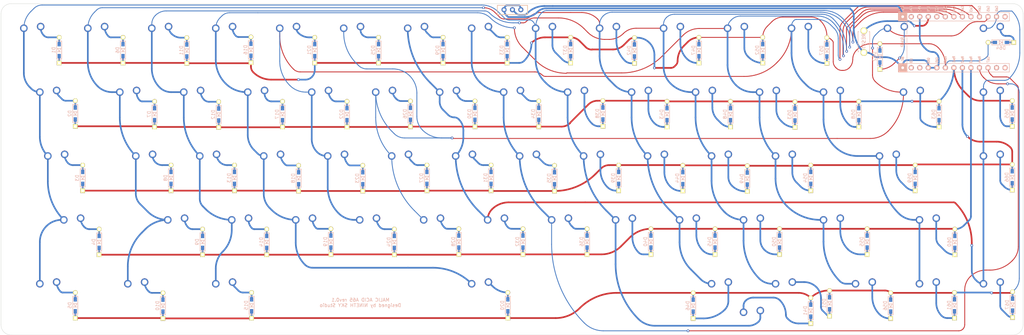
<source format=kicad_pcb>
(kicad_pcb (version 20211014) (generator pcbnew)
  (layers (0 "F.Cu" signal) (31 "B.Cu" signal) (34 "B.Paste" user) (35 "F.Paste" user) (36 "B.SilkS" user "B.Silkscreen") (37 "F.SilkS" user "F.Silkscreen") (38 "B.Mask" user) (39 "F.Mask" user) (44 "Edge.Cuts" user))
  (net 0 "")
  (net 1 "Net-(D1-Pad2)")
  (net 2 "Row0")
  (net 3 "Net-(D2-Pad2)")
  (net 4 "Row1")
  (net 5 "Net-(D3-Pad2)")
  (net 6 "Row2")
  (net 7 "Net-(D4-Pad2)")
  (net 8 "Row3")
  (net 9 "Net-(D5-Pad2)")
  (net 10 "Row4")
  (net 11 "Net-(D6-Pad2)")
  (net 12 "Net-(D7-Pad2)")
  (net 13 "Net-(D8-Pad2)")
  (net 14 "Net-(D9-Pad2)")
  (net 15 "Net-(D10-Pad2)")
  (net 16 "Net-(D11-Pad2)")
  (net 17 "Net-(D12-Pad2)")
  (net 18 "Net-(D13-Pad2)")
  (net 19 "Net-(D14-Pad2)")
  (net 20 "Net-(D15-Pad2)")
  (net 21 "Net-(D16-Pad2)")
  (net 22 "Net-(D17-Pad2)")
  (net 23 "Net-(D18-Pad2)")
  (net 24 "Net-(D19-Pad2)")
  (net 25 "Net-(D20-Pad2)")
  (net 26 "Net-(D21-Pad2)")
  (net 27 "Net-(D22-Pad2)")
  (net 28 "Net-(D23-Pad2)")
  (net 29 "Net-(D24-Pad2)")
  (net 30 "Net-(D25-Pad2)")
  (net 31 "Net-(D26-Pad2)")
  (net 32 "Net-(D27-Pad2)")
  (net 33 "Net-(D28-Pad2)")
  (net 34 "Net-(D29-Pad2)")
  (net 35 "Net-(D30-Pad2)")
  (net 36 "Net-(D31-Pad2)")
  (net 37 "Net-(D32-Pad2)")
  (net 38 "Net-(D33-Pad2)")
  (net 39 "Net-(D34-Pad2)")
  (net 40 "Net-(D35-Pad2)")
  (net 41 "Net-(D36-Pad2)")
  (net 42 "Net-(D37-Pad1)")
  (net 43 "Net-(D38-Pad1)")
  (net 44 "Net-(D39-Pad1)")
  (net 45 "Net-(D40-Pad1)")
  (net 46 "Net-(D41-Pad1)")
  (net 47 "Net-(D42-Pad1)")
  (net 48 "Net-(D43-Pad1)")
  (net 49 "Net-(D44-Pad1)")
  (net 50 "Net-(D45-Pad1)")
  (net 51 "Net-(D46-Pad1)")
  (net 52 "Net-(D47-Pad1)")
  (net 53 "Net-(D48-Pad1)")
  (net 54 "Net-(D49-Pad1)")
  (net 55 "Net-(D50-Pad1)")
  (net 56 "Net-(D51-Pad1)")
  (net 57 "Net-(D52-Pad1)")
  (net 58 "Net-(D53-Pad1)")
  (net 59 "Net-(D54-Pad1)")
  (net 60 "Net-(D55-Pad1)")
  (net 61 "Net-(D56-Pad1)")
  (net 62 "Net-(D57-Pad1)")
  (net 63 "Net-(D58-Pad1)")
  (net 64 "Net-(D59-Pad1)")
  (net 65 "Net-(D60-Pad1)")
  (net 66 "Net-(D61-Pad1)")
  (net 67 "Net-(D62-Pad1)")
  (net 68 "Net-(D63-Pad1)")
  (net 69 "Net-(D64-Pad1)")
  (net 70 "Net-(D65-Pad1)")
  (net 71 "Net-(D66-Pad1)")
  (net 72 "Net-(D67-Pad1)")
  (net 73 "GND")
  (net 74 "Bat+")
  (net 75 "Col0")
  (net 76 "Col1")
  (net 77 "Col2")
  (net 78 "Col3")
  (net 79 "Col4")
  (net 80 "Col5")
  (net 81 "Col6")
  (net 82 "Col7")
  (net 83 "Reset")
  (net 89 "VCC")
  (footprint "Alps_Only:ALPS-1U" (layer "F.Cu") (at 57.15 47.625)
    (fp_text reference "SW7")
    (fp_text value "SW_PUSH")
  )
  (footprint "Alps_Only:ALPS-1.25U" (layer "F.Cu") (at 59.53125 104.775)
    (fp_text reference "SW10")
    (fp_text value "SW_PUSH")
  )
  (footprint "Alps_Only:ALPS-1.5U" (layer "F.Cu") (at 85.725 104.775)
    (fp_text reference "SW15")
    (fp_text value "SW_PUSH")
  )
  (footprint "Alps_Only:ALPS-1U" (layer "F.Cu") (at 47.625 28.575)
    (fp_text reference "SW6")
    (fp_text value "SW_PUSH")
  )
  (footprint "Alps_Only:ALPS-1.75U" (layer "F.Cu") (at 35.71875 66.675)
    (fp_text reference "SW3")
    (fp_text value "SW_PUSH")
  )
  (footprint "Alps_Only:ALPS-1.5U" (layer "F.Cu") (at 33.3375 104.775)
    (fp_text reference "SW5")
    (fp_text value "SW_PUSH")
  )
  (footprint "Alps_Only:ALPS-1U" (layer "F.Cu") (at 28.575 28.575)
    (fp_text reference "SW1")
    (fp_text value "SW_PUSH")
  )
  (footprint "Alps_Only:ALPS-1.5U" (layer "F.Cu") (at 33.3375 47.625)
    (fp_text reference "SW2")
    (fp_text value "SW_PUSH")
  )
  (footprint "Alps_Only:ALPS-2.25U" (layer "F.Cu") (at 40.48125 85.725)
    (fp_text reference "SW4")
    (fp_text value "SW_PUSH")
  )
  (footprint "Alps_Only:ALPS-1U" (layer "F.Cu") (at 71.4375 85.725)
    (fp_text reference "SW9")
    (fp_text value "SW_PUSH")
  )
  (footprint "Alps_Only:ALPS-1U" (layer "F.Cu") (at 61.9125 66.675)
    (fp_text reference "SW8")
    (fp_text value "SW_PUSH")
  )
  (footprint "Alps_Only:ALPS-1U" (layer "F.Cu") (at 76.2 47.625)
    (fp_text reference "SW12")
    (fp_text value "SW_PUSH")
  )
  (footprint "Alps_Only:ALPS-1U" (layer "F.Cu") (at 66.675 28.575)
    (fp_text reference "SW11")
    (fp_text value "SW_PUSH")
  )
  (footprint "Alps_Only:ALPS-1U" (layer "F.Cu") (at 80.9625 66.675)
    (fp_text reference "SW13")
    (fp_text value "SW_PUSH")
  )
  (footprint "Alps_Only:ALPS-1U" (layer "F.Cu") (at 90.4875 85.725)
    (fp_text reference "SW14")
    (fp_text value "SW_PUSH")
  )
  (footprint "Alps_Only:ALPS-1U" (layer "F.Cu") (at 95.25 47.625)
    (fp_text reference "SW17")
    (fp_text value "SW_PUSH")
  )
  (footprint "Alps_Only:ALPS-1U" (layer "F.Cu") (at 109.5375 85.725)
    (fp_text reference "SW19")
    (fp_text value "SW_PUSH")
  )
  (footprint "Alps_Only:ALPS-1U" (layer "F.Cu") (at 85.725 28.575)
    (fp_text reference "SW16")
    (fp_text value "SW_PUSH")
  )
  (footprint "Alps_Only:ALPS-1U" (layer "F.Cu") (at 100.0125 66.675)
    (fp_text reference "SW18")
    (fp_text value "SW_PUSH")
  )
  (footprint "Alps_Only:ALPS-6.5U" (layer "F.Cu") (at 161.925 104.775)
    (fp_text reference "SW20")
    (fp_text value "SW_PUSH")
  )
  (footprint "Alps_Only:ALPS-1U" (layer "F.Cu") (at 114.3 47.625)
    (fp_text reference "SW22")
    (fp_text value "SW_PUSH")
  )
  (footprint "Alps_Only:ALPS-1U" (layer "F.Cu") (at 104.775 28.575)
    (fp_text reference "SW21")
    (fp_text value "SW_PUSH")
  )
  (footprint "Alps_Only:ALPS-1U" (layer "F.Cu") (at 166.6875 85.725)
    (fp_text reference "SW32")
    (fp_text value "SW_PUSH")
  )
  (footprint "Alps_Only:ALPS-1U" (layer "F.Cu") (at 119.0625 66.675)
    (fp_text reference "SW23")
    (fp_text value "SW_PUSH")
  )
  (footprint "Alps_Only:ALPS-1U" (layer "F.Cu") (at 133.35 47.625)
    (fp_text reference "SW26")
    (fp_text value "SW_PUSH")
  )
  (footprint "Alps_Only:ALPS-1U" (layer "F.Cu") (at 147.6375 85.725)
    (fp_text reference "SW28")
    (fp_text value "SW_PUSH")
  )
  (footprint "Alps_Only:ALPS-1U" (layer "F.Cu") (at 152.4 47.625)
    (fp_text reference "SW30")
    (fp_text value "SW_PUSH")
  )
  (footprint "Alps_Only:ALPS-1U" (layer "F.Cu") (at 157.1625 66.675)
    (fp_text reference "SW31")
    (fp_text value "SW_PUSH")
  )
  (footprint "Alps_Only:ALPS-1U" (layer "F.Cu") (at 123.825 28.575)
    (fp_text reference "SW25")
    (fp_text value "SW_PUSH")
  )
  (footprint "Alps_Only:ALPS-1U" (layer "F.Cu") (at 128.5875 85.725)
    (fp_text reference "SW24")
    (fp_text value "SW_PUSH")
  )
  (footprint "Alps_Only:ALPS-1U" (layer "F.Cu") (at 138.1125 66.675)
    (fp_text reference "SW27")
    (fp_text value "SW_PUSH")
  )
  (footprint "Alps_Only:ALPS-1U" (layer "F.Cu") (at 142.875 28.575)
    (fp_text reference "SW29")
    (fp_text value "SW_PUSH")
  )
  (footprint "Alps_Only:ALPS-1U" (layer "F.Cu") (at 195.2625 66.675)
    (fp_text reference "SW39")
    (fp_text value "SW_PUSH")
  )
  (footprint "Alps_Only:ALPS-1U" (layer "F.Cu") (at 185.7375 85.725)
    (fp_text reference "SW36")
    (fp_text value "SW_PUSH")
  )
  (footprint "Alps_Only:ALPS-1U" (layer "F.Cu") (at 200.025 28.575)
    (fp_text reference "SW42")
    (fp_text value "SW_PUSH")
  )
  (footprint "Alps_Only:ALPS-1U" (layer "F.Cu") (at 209.55 47.625)
    (fp_text reference "SW43")
    (fp_text value "SW_PUSH")
  )
  (footprint "Alps_Only:ALPS-1U" (layer "F.Cu") (at 180.975 28.575)
    (fp_text reference "SW37")
    (fp_text value "SW_PUSH")
  )
  (footprint "Alps_Only:ALPS-1U" (layer "F.Cu") (at 176.2125 66.675)
    (fp_text reference "SW35")
    (fp_text value "SW_PUSH")
  )
  (footprint "Alps_Only:ALPS-1U" (layer "F.Cu") (at 223.8375 85.725)
    (fp_text reference "SW45")
    (fp_text value "SW_PUSH")
  )
  (footprint "Alps_Only:ALPS-1U" (layer "F.Cu") (at 161.925 28.575)
    (fp_text reference "SW33")
    (fp_text value "SW_PUSH")
  )
  (footprint "Alps_Only:ALPS-1U" (layer "F.Cu") (at 204.7875 85.725)
    (fp_text reference "SW40")
    (fp_text value "SW_PUSH")
  )
  (footprint "Alps_Only:ALPS-1U" (layer "F.Cu") (at 171.45 47.625)
    (fp_text reference "SW34")
    (fp_text value "SW_PUSH")
  )
  (footprint "Alps_Only:ALPS-1U" (layer "F.Cu") (at 214.3125 66.675)
    (fp_text reference "SW44")
    (fp_text value "SW_PUSH")
  )
  (footprint "Alps_Only:ALPS-1U" (layer "F.Cu") (at 190.5 47.625)
    (fp_text reference "SW38")
    (fp_text value "SW_PUSH")
  )
  (footprint "Alps_Only:ALPS-1.5U" (layer "F.Cu") (at 266.7 85.725)
    (fp_text reference "SW55")
    (fp_text value "SW_PUSH")
  )
  (footprint "Alps_Only:ALPS-1U" (layer "F.Cu") (at 238.125 28.575)
    (fp_text reference "SW52")
    (fp_text value "SW_PUSH")
  )
  (footprint "Alps_Only:ALPS-1U" (layer "F.Cu") (at 242.8875 85.725)
    (fp_text reference "SW50")
    (fp_text value "SW_PUSH")
  )
  (footprint "Alps_Only:ALPS-1U" (layer "F.Cu") (at 228.6 47.625)
    (fp_text reference "SW48")
    (fp_text value "SW_PUSH")
  )
  (footprint "Alps_Only:ALPS-1U" (layer "F.Cu") (at 233.3625 66.675)
    (fp_text reference "SW49")
    (fp_text value "SW_PUSH")
  )
  (footprint "Alps_Only:ALPS-2.25U" (layer "F.Cu") (at 283.36875 66.675)
    (fp_text reference "SW59")
    (fp_text value "SW_PUSH")
  )
  (footprint "Alps_Only:ALPS-1U" (layer "F.Cu") (at 247.65 47.625)
    (fp_text reference "SW53")
    (fp_text value "SW_PUSH")
  )
  (footprint "Alps_Only:ALPS-1U" (layer "F.Cu") (at 257.175 28.575)
    (fp_text reference "SW57")
    (fp_text value "SW_PUSH")
  )
  (footprint "Alps_Only:ALPS-1U" (layer "F.Cu") (at 219.075 28.575)
    (fp_text reference "SW47")
    (fp_text value "SW_PUSH")
  )
  (footprint "Alps_Only:ALPS-1U" (layer "F.Cu") (at 252.4125 66.675)
    (fp_text reference "SW54")
    (fp_text value "SW_PUSH")
  )
  (footprint "Alps_Only:ALPS-1U" (layer "F.Cu") (at 266.7 47.625)
    (fp_text reference "SW58")
    (fp_text value "SW_PUSH")
  )
  (footprint "Alps_Only:ALPS-1U" (layer "F.Cu") (at 314.325 28.575)
    (fp_text reference "SW64")
    (fp_text value "SW_PUSH")
  )
  (footprint "Alps_Only:ALPS-1U" (layer "F.Cu") (at 314.325 47.625)
    (fp_text reference "SW65")
    (fp_text value "SW_PUSH")
  )
  (footprint "Alps_Only:ALPS-1U" (layer "F.Cu") (at 314.325 66.675)
    (fp_text reference "SW66")
    (fp_text value "SW_PUSH")
  )
  (footprint "Alps_Only:ALPS-1U" (layer "F.Cu") (at 295.275 85.725)
    (fp_text reference "SW60")
    (fp_text value "SW_PUSH")
  )
  (footprint "Alps_Only:ALPS-2U" (layer "F.Cu") (at 285.75 28.575)
    (fp_text reference "SW62")
    (fp_text value "SW_PUSH")
  )
  (footprint "Alps_Only:ALPS-1U" (layer "F.Cu") (at 276.225 104.775)
    (fp_text reference "SW56")
    (fp_text value "SW_PUSH")
  )
  (footprint "Alps_Only:ALPS-1U" (layer "F.Cu") (at 314.325 104.775)
    (fp_text reference "SW67")
    (fp_text value "SW_PUSH")
  )
  (footprint "Alps_Only:ALPS-1U" (layer "F.Cu") (at 295.275 104.775)
    (fp_text reference "SW61")
    (fp_text value "SW_PUSH")
  )
  (footprint "Alps_Only:ALPS-2U" (layer "F.Cu") (at 242.8875 104.775 180)
    (fp_text reference "SW41")
    (fp_text value "SW_PUSH")
  )
  (footprint "Alps_Only:ALPS-1U" (layer "F.Cu") (at 233.3625 104.775)
    (fp_text reference "SW46")
    (fp_text value "SW_PUSH")
  )
  (footprint "kbd_Parts:Diode_TH_SMD" (layer "F.Cu") (at 227.1 31.125 90)
    (fp_text reference "D47")
    (fp_text value "D" hide)
  )
  (footprint "kbd_Parts:Diode_TH_SMD" (layer "F.Cu") (at 65 50.2 90)
    (fp_text reference "D7")
    (fp_text value "D" hide)
  )
  (footprint "kbd_Parts:Diode_TH_SMD" (layer "F.Cu") (at 84.1 50.3 90)
    (fp_text reference "D12")
    (fp_text value "D" hide)
  )
  (footprint "kbd_Parts:Diode_TH_SMD" (layer "F.Cu") (at 98.4 88.3 90)
    (fp_text reference "D14")
    (fp_text value "D" hide)
  )
  (footprint "kbd_Parts:Micon_BMP_GL" (layer "F.Cu") (at 304.8 28.7 90)
    (fp_text reference "U1" hide)
    (fp_text value "BLEMicroPro" hide)
  )
  (footprint "kbd_Parts:Diode_TH_SMD" (layer "F.Cu") (at 155.6 88.2 90)
    (fp_text reference "D28")
    (fp_text value "D" hide)
  )
  (footprint "kbd_Parts:Diode_TH_SMD" (layer "F.Cu") (at 198.5 50 90)
    (fp_text reference "D38")
    (fp_text value "D" hide)
  )
  (footprint "kbd_Parts:Diode_TH_SMD" (layer "F.Cu") (at 260.4 108.8 90)
    (fp_text reference "D41")
    (fp_text value "D" hide)
  )
  (footprint "kbd_Parts:Diode_TH_SMD" (layer "F.Cu") (at 277.2 88.2 90)
    (fp_text reference "D55")
    (fp_text value "D" hide)
  )
  (footprint "kbd_Parts:Diode_TH_SMD" (layer "F.Cu") (at 170.2 107.2 90)
    (fp_text reference "D20")
    (fp_text value "D" hide)
  )
  (footprint "kbd_Parts:Diode_TH_SMD" (layer "F.Cu") (at 69.9 69.2 90)
    (fp_text reference "D8")
    (fp_text value "D" hide)
  )
  (footprint "kbd_Parts:Diode_TH_SMD" (layer "F.Cu") (at 165.2 69.2 90)
    (fp_text reference "D31")
    (fp_text value "D" hide)
  )
  (footprint "kbd_Parts:Diode_TH_SMD" (layer "F.Cu") (at 231.9 88.2 90)
    (fp_text reference "D45")
    (fp_text value "D" hide)
  )
  (footprint "kbd_Parts:Diode_TH_SMD" (layer "F.Cu") (at 41.4 107.2 90)
    (fp_text reference "D5")
    (fp_text value "D" hide)
  )
  (footprint "kbd_Parts:Diode_TH_SMD" (layer "F.Cu") (at 291.5 69.2 90)
    (fp_text reference "D59")
    (fp_text value "D" hide)
  )
  (footprint "kbd_Parts:Diode_TH_SMD" (layer "F.Cu") (at 79.3 88.3 90)
    (fp_text reference "D9")
    (fp_text value "D" hide)
  )
  (footprint "kbd_Parts:Diode_TH_SMD" (layer "F.Cu") (at 241.5 69.4 90)
    (fp_text reference "D49")
    (fp_text value "D" hide)
  )
  (footprint "kbd_Parts:Diode_TH_SMD" (layer "F.Cu") (at 43.6 69.2 90)
    (fp_text reference "D3")
    (fp_text value "D" hide)
  )
  (footprint "kbd_Parts:Diode_TH_SMD" (layer "F.Cu") (at 217.6 50.2 90)
    (fp_text reference "D43")
    (fp_text value "D" hide)
  )
  (footprint "kbd_Parts:Diode_TH_SMD" (layer "F.Cu") (at 36.6 31.1 90)
    (fp_text reference "D1")
    (fp_text value "D" hide)
  )
  (footprint "kbd_Parts:Diode_TH_SMD" (layer "F.Cu") (at 298.6 50.2 90)
    (fp_text reference "D63")
    (fp_text value "D" hide)
  )
  (footprint "kbd_Parts:Diode_TH_SMD" (layer "F.Cu") (at 184.1 69.3 90)
    (fp_text reference "D35")
    (fp_text value "D" hide)
  )
  (footprint "kbd_Parts:Diode_TH_SMD" (layer "F.Cu") (at 88.8 69.2 90)
    (fp_text reference "D13")
    (fp_text value "D" hide)
  )
  (footprint "kbd_Parts:Diode_TH_SMD" (layer "F.Cu") (at 225.4 107.3 90)
    (fp_text reference "D46")
    (fp_text value "D" hide)
  )
  (footprint "kbd_Parts:Diode_TH_SMD" (layer "F.Cu") (at 317.025 28.8 180)
    (fp_text reference "D64")
    (fp_text value "D" hide)
  )
  (footprint "kbd_Parts:Diode_TH_SMD" (layer "F.Cu") (at 281 33 90)
    (fp_text reference "D62")
    (fp_text value "D" hide)
  )
  (footprint "kbd_Parts:Battery_XH2.5_GL_PCB" (layer "F.Cu") (at 171.56875 19)
    (fp_text reference "J1")
    (fp_text value "Conn_01x02" hide)
  )
  (footprint "kbd_Parts:Diode_TH_SMD" (layer "F.Cu") (at 122.3 50.2 90)
    (fp_text reference "D22")
    (fp_text value "D" hide)
  )
  (footprint "kbd_Parts:Diode_TH_SMD" (layer "F.Cu") (at 265.2 31.2 90)
    (fp_text reference "D57")
    (fp_text value "D" hide)
  )
  (footprint "kbd_Parts:Diode_TH_SMD" (layer "F.Cu") (at 103.1 50.2 90)
    (fp_text reference "D17")
    (fp_text value "D" hide)
  )
  (footprint "kbd_Parts:Diode_TH_SMD" (layer "F.Cu") (at 207.9 31.2 90)
    (fp_text reference "D42")
    (fp_text value "D" hide)
  )
  (footprint "kbd_Parts:Diode_TH_SMD" (layer "F.Cu") (at 320.4 50 90)
    (fp_text reference "D65")
    (fp_text value "D" hide)
  )
  (footprint "kbd_Parts:ResetSW" (layer "F.Cu") (at 276.225 28.575 90)
    (fp_text reference "SW68" hide)
    (fp_text value "SW_PUSH")
  )
  (footprint "Alps_Only:ALPS-1U" (layer "F.Cu") (at 252.4125 104.775)
    (fp_text reference "SW51")
    (fp_text value "SW_PUSH")
  )
  (footprint "kbd_Parts:Diode_TH_SMD" (layer "F.Cu") (at 266 106.6 90)
    (fp_text reference "D51")
    (fp_text value "D" hide)
  )
  (footprint "kbd_Parts:Diode_TH_SMD" (layer "F.Cu") (at 67.5 107.3 90)
    (fp_text reference "D10")
    (fp_text value "D" hide)
  )
  (footprint "kbd_Parts:Diode_TH_SMD" (layer "F.Cu") (at 127 69.3 90)
    (fp_text reference "D23")
    (fp_text value "D" hide)
  )
  (footprint "kbd_Parts:Diode_TH_SMD" (layer "F.Cu") (at 48.5 88.3 90)
    (fp_text reference "D4")
    (fp_text value "D" hide)
  )
  (footprint "kbd_Parts:Diode_TH_SMD" (layer "F.Cu") (at 107.9 69.3 90)
    (fp_text reference "D18")
    (fp_text value "D" hide)
  )
  (footprint "kbd_Parts:Diode_TH_SMD" (layer "F.Cu") (at 170 31.1 90)
    (fp_text reference "D33")
    (fp_text value "D" hide)
  )
  (footprint "kbd_Parts:Diode_TH_SMD" (layer "F.Cu") (at 74.6 31.2 90)
    (fp_text reference "D11")
    (fp_text value "D" hide)
  )
  (footprint "kbd_Parts:Diode_TH_SMD" (layer "F.Cu") (at 55.6 31.1 90)
    (fp_text reference "D6")
    (fp_text value "D" hide)
  )
  (footprint "kbd_Parts:Diode_TH_SMD" (layer "F.Cu") (at 93.7 31 90)
    (fp_text reference "D16")
    (fp_text value "D" hide)
  )
  (footprint "kbd_Parts:Diode_TH_SMD" (layer "F.Cu") (at 93.9 107.2 90)
    (fp_text reference "D15")
    (fp_text value "D" hide)
  )
  (footprint "kbd_Parts:Diode_TH_SMD" (layer "F.Cu") (at 193.8 88.2 90)
    (fp_text reference "D36")
    (fp_text value "D" hide)
  )
  (footprint "kbd_Parts:Diode_TH_SMD" (layer "F.Cu") (at 150.9 31.1 90)
    (fp_text reference "D29")
    (fp_text value "D" hide)
  )
  (footprint "kbd_Parts:Diode_TH_SMD" (layer "F.Cu") (at 112.7 31.1 90)
    (fp_text reference "D21")
    (fp_text value "D" hide)
  )
  (footprint "kbd_Parts:Diode_TH_SMD" (layer "F.Cu") (at 136.4 88.3 90)
    (fp_text reference "D24")
    (fp_text value "D" hide)
  )
  (footprint "kbd_Parts:Diode_TH_SMD" (layer "F.Cu") (at 146.1 69.2 90)
    (fp_text reference "D27")
    (fp_text value "D" hide)
  )
  (footprint "kbd_Parts:Diode_TH_SMD" (layer "F.Cu") (at 160.4 50.1 90)
    (fp_text reference "D30")
    (fp_text value "D" hide)
  )
  (footprint "kbd_Parts:Diode_TH_SMD" (layer "F.Cu") (at 320.4 69 90)
    (fp_text reference "D66")
    (fp_text value "D" hide)
  )
  (footprint "kbd_Parts:Diode_TH_SMD" (layer "F.Cu") (at 174.7 88.2 90)
    (fp_text reference "D32")
    (fp_text value "D" hide)
  )
  (footprint "kbd_Parts:Diode_TH_SMD" (layer "F.Cu") (at 260.4 69.2 90)
    (fp_text reference "D54")
    (fp_text value "D" hide)
  )
  (footprint "kbd_Parts:Diode_TH_SMD" (layer "F.Cu") (at 41.4 50 90)
    (fp_text reference "D2")
    (fp_text value "D" hide)
  )
  (footprint "kbd_Parts:Diode_TH_SMD" (layer "F.Cu") (at 303.3 88.3 90)
    (fp_text reference "D60")
    (fp_text value "D" hide)
  )
  (footprint "kbd_Parts:Diode_TH_SMD" (layer "F.Cu") (at 246.1 31.1 90)
    (fp_text reference "D52")
    (fp_text value "D" hide)
  )
  (footprint "kbd_Parts:Diode_TH_SMD" (layer "F.Cu") (at 212.8 88.2 90)
    (fp_text reference "D40")
    (fp_text value "D" hide)
  )
  (footprint "kbd_Parts:Diode_TH_SMD" (layer "F.Cu") (at 188.9 31.1 90)
    (fp_text reference "D37")
    (fp_text value "D" hide)
  )
  (footprint "kbd_Parts:Diode_TH_SMD" (layer "F.Cu") (at 303.2 107.2 90)
    (fp_text reference "D61")
    (fp_text value "D" hide)
  )
  (footprint "kbd_Parts:Diode_TH_SMD" (layer "F.Cu") (at 320.5 107 90)
    (fp_text reference "D67")
    (fp_text value "D" hide)
  )
  (footprint "kbd_Parts:Diode_TH_SMD" (layer "F.Cu") (at 251.1 88.2 90)
    (fp_text reference "D50")
    (fp_text value "D" hide)
  )
  (footprint "kbd_Parts:Diode_TH_SMD" (layer "F.Cu") (at 203.2 69.2 90)
    (fp_text reference "D39")
    (fp_text value "D" hide)
  )
  (footprint "kbd_Parts:Diode_TH_SMD" (layer "F.Cu") (at 284.2 107.3 90)
    (fp_text reference "D56")
    (fp_text value "D" hide)
  )
  (footprint "kbd_Parts:Diode_TH_SMD" (layer "F.Cu") (at 236.5 50.2 90)
    (fp_text reference "D48")
    (fp_text value "D" hide)
  )
  (footprint "kbd_Parts:Diode_TH_SMD" (layer "F.Cu") (at 274.7 50.2 90)
    (fp_text reference "D58")
    (fp_text value "D" hide)
  )
  (footprint "kbd_Parts:Diode_TH_SMD" (layer "F.Cu") (at 222.3 69.275 90)
    (fp_text reference "D44")
    (fp_text value "D" hide)
  )
  (footprint "kbd_Parts:Diode_TH_SMD" (layer "F.Cu") (at 117.5 88.2 90)
    (fp_text reference "D19")
    (fp_text value "D" hide)
  )
  (footprint "Alps_Only:ALPS-1.5U" (layer "F.Cu") (at 290.5125 47.625)
    (fp_text reference "SW63")
    (fp_text value "SW_PUSH")
  )
  (footprint "kbd_Parts:Diode_TH_SMD" (layer "F.Cu") (at 141.2 50.1 90)
    (fp_text reference "D26")
    (fp_text value "D" hide)
  )
  (footprint "kbd_Parts:Diode_TH_SMD" (layer "F.Cu") (at 131.7 31.1 90)
    (fp_text reference "D25")
    (fp_text value "D" hide)
  )
  (footprint "kbd_Parts:Diode_TH_SMD" (layer "F.Cu") (at 179.4 50.1 90)
    (fp_text reference "D34")
    (fp_text value "D" hide)
  )
  (footprint "kbd_Parts:Diode_TH_SMD" (layer "F.Cu") (at 255.7 50.3 90)
    (fp_text reference "D53")
    (fp_text value "D" hide)
  )
  (gr_arc (start 22.275 116.05) (mid 20.15368 115.17132) (end 19.275 113.05) (layer "Edge.Cuts") (width 0.1))
  (gr_arc (start 19.275 20.25) (mid 20.15368 18.12868) (end 22.275 17.25) (layer "Edge.Cuts") (width 0.1))
  (gr_arc (start 323.625 113.05) (mid 322.74632 115.17132) (end 320.625 116.05) (layer "Edge.Cuts") (width 0.1))
  (gr_arc (start 320.625 17.25) (mid 322.74632 18.12868) (end 323.625 20.25) (layer "Edge.Cuts") (width 0.1))
  (gr_line (start 323.625 20.25) (end 323.625 113.05) (layer "Edge.Cuts") (width 0.1))
  (gr_line (start 22.275 116.05) (end 320.625 116.05) (layer "Edge.Cuts") (width 0.1))
  (gr_line (start 19.275 20.25) (end 19.275 113.05) (layer "Edge.Cuts") (width 0.1))
  (gr_line (start 320.625 17.25) (end 22.275 17.25) (layer "Edge.Cuts") (width 0.1))
  (gr_text "MALIC ACID A65 rev0.1\nDesigned by NINETH SKY Studio" (at 126.3 106.4) (layer "B.SilkS") (effects (font (size 1 1)) (justify mirror)))
  (segment (start 31.075 24.075) (end 31.075 24.396142) (width 0.5) (layer "B.Cu") (net 1))
  (segment (start 33.353675 27.29) (end 36.6 27.29) (width 0.5) (layer "B.Cu") (net 1))
  (segment (start 36.6 29.325) (end 36.6 27.29) (width 0.5) (layer "B.Cu") (net 1))
  (arc (start 32.05 26.75) (mid 32.648131 27.149658) (end 33.353675 27.29) (width 0.5) (layer "B.Cu") (net 1))
  (arc (start 31.075 24.396142) (mid 31.328395 25.67004) (end 32.05 26.75) (width 0.5) (layer "B.Cu") (net 1))
  (segment (start 266.463259 27.913259) (end 266.9 28.35) (width 0.25) (layer "F.Cu") (net 2))
  (segment (start 93.7 36.010051) (end 93.7 34.81) (width 0.5) (layer "F.Cu") (net 2))
  (segment (start 150.9 34.91) (end 170 34.91) (width 0.5) (layer "F.Cu") (net 2))
  (segment (start 74.6 35.01) (end 93.217158 35.01) (width 0.5) (layer "F.Cu") (net 2))
  (segment (start 188.9 27.29) (end 181.257594 27.29) (width 0.5) (layer "F.Cu") (net 2))
  (segment (start 223.745535 28.704465) (end 222.623833 29.826167) (width 0.5) (layer "F.Cu") (net 2))
  (segment (start 300.482 36.3564) (end 300.482 35.497103) (width 0.25) (layer "F.Cu") (net 2))
  (segment (start 218.763604 36.4) (end 213.85 36.4) (width 0.5) (layer "F.Cu") (net 2))
  (segment (start 274.066727 31.083273) (end 274.2 30.95) (width 0.25) (layer "F.Cu") (net 2))
  (segment (start 269.7 37.15) (end 270.004416 37.15) (width 0.25) (layer "F.Cu") (net 2))
  (segment (start 131.7 34.91) (end 150.9 34.91) (width 0.5) (layer "F.Cu") (net 2))
  (segment (start 246.1 27.29) (end 227.160355 27.29) (width 0.25) (layer "F.Cu") (net 2))
  (segment (start 107.85 39.9) (end 99.711269 39.9) (width 0.5) (layer "F.Cu") (net 2))
  (segment (start 278.449015 29.19) (end 281 29.19) (width 0.25) (layer "F.Cu") (net 2))
  (segment (start 36.6 34.91) (end 55.6 34.91) (width 0.5) (layer "F.Cu") (net 2))
  (segment (start 295.549513 29.19) (end 281 29.19) (width 0.25) (layer "F.Cu") (net 2))
  (segment (start 55.6 34.91) (end 74.358579 34.91) (width 0.5) (layer "F.Cu") (net 2))
  (segment (start 201.5 30.9) (end 195.32071 30.9) (width 0.5) (layer "F.Cu") (net 2))
  (segment (start 220.255025 35.544974) (end 219.85 35.95) (width 0.5) (layer "F.Cu") (net 2))
  (segment (start 206.209965 28.090036) (end 205.8 28.5) (width 0.5) (layer "F.Cu") (net 2))
  (segment (start 248.85 22.6) (end 247.471787 23.978213) (width 0.25) (layer "F.Cu") (net 2))
  (segment (start 193.407538 30.207538) (end 191.6143 28.4143) (width 0.5) (layer "F.Cu") (net 2))
  (segment (start 205.8 28.5) (end 204.743503 29.556497) (width 0.5) (layer "F.Cu") (net 2))
  (segment (start 267.8 36.25) (end 267.992893 36.442893) (width 0.25) (layer "F.Cu") (net 2))
  (segment (start 260.573655 21.25) (end 252.109188 21.25) (width 0.25) (layer "F.Cu") (net 2))
  (segment (start 131.7 34.91) (end 112.7 34.91) (width 0.5) (layer "F.Cu") (net 2))
  (segment (start 267.1 28.832842) (end 267.1 34.560051) (width 0.25) (layer "F.Cu") (net 2))
  (via (at 107.85 39.9) (size 0.8) (drill 0.4) (layers "F.Cu" "B.Cu") (net 2))
  (via (at 213.85 36.4) (size 0.8) (drill 0.4) (layers "F.Cu" "B.Cu") (net 2))
  (via (at 177.25 28.95) (size 0.8) (drill 0.4) (layers "F.Cu" "B.Cu") (net 2))
  (arc (start 191.6143 28.4143) (mid 190.368969 27.582196) (end 188.9 27.29) (width 0.5) (layer "F.Cu") (net 2))
  (arc (start 181.257594 27.29) (mid 179.0887 27.72142) (end 177.25 28.95) (width 0.5) (layer "F.Cu") (net 2))
  (arc (start 263.35 22.4) (mid 262.076202 21.548875) (end 260.573655 21.25) (width 0.25) (layer "F.Cu") (net 2))
  (arc (start 227.1 27.315) (mid 225.284577 27.67611) (end 223.745535 28.704465) (width 0.5) (layer "F.Cu") (net 2))
  (arc (start 270.004416 37.15) (mid 271.016604 36.948664) (end 271.874695 36.375305) (width 0.25) (layer "F.Cu") (net 2))
  (arc (start 267.992893 36.442893) (mid 268.77612 36.966229) (end 269.7 37.15) (width 0.25) (layer "F.Cu") (net 2))
  (arc (start 204.743503 29.556497) (mid 203.255371 30.550835) (end 201.5 30.9) (width 0.5) (layer "F.Cu") (net 2))
  (arc (start 298.35 30.35) (mid 297.065126 29.491474) (end 295.549513 29.19) (width 0.25) (layer "F.Cu") (net 2))
  (arc (start 94.4 37.7) (mid 93.881924 36.924645) (end 93.7 36.010051) (width 0.5) (layer "F.Cu") (net 2))
  (arc (start 227.160355 27.29) (mid 227.127691 27.296497) (end 227.1 27.315) (width 0.25) (layer "F.Cu") (net 2))
  (arc (start 222.623833 29.826167) (mid 221.236993 31.901719) (end 220.75 34.35) (width 0.5) (layer "F.Cu") (net 2))
  (arc (start 207.9 27.39) (mid 206.985359 27.571933) (end 206.209965 28.090036) (width 0.5) (layer "F.Cu") (net 2))
  (arc (start 220.75 34.35) (mid 220.62136 34.996715) (end 220.255025 35.544974) (width 0.5) (layer "F.Cu") (net 2))
  (arc (start 265.2 27.39) (mid 265.883671 27.525991) (end 266.463259 27.913259) (width 0.25) (layer "F.Cu") (net 2))
  (arc (start 74.358579 34.91) (mid 74.489235 34.935989) (end 74.6 35.01) (width 0.5) (layer "F.Cu") (net 2))
  (arc (start 300.482 35.497103) (mid 299.927911 32.711511) (end 298.35 30.35) (width 0.25) (layer "F.Cu") (net 2))
  (arc (start 93.217158 35.01) (mid 93.47847 34.958021) (end 93.7 34.81) (width 0.5) (layer "F.Cu") (net 2))
  (arc (start 267.1 34.560051) (mid 267.281924 35.474645) (end 267.8 36.25) (width 0.25) (layer "F.Cu") (net 2))
  (arc (start 271.874695 36.375305) (mid 272.633532 35.239625) (end 272.9 33.9) (width 0.25) (layer "F.Cu") (net 2))
  (arc (start 99.711269 39.9) (mid 96.836831 39.328239) (end 94.4 37.7) (width 0.5) (layer "F.Cu") (net 2))
  (arc (start 195.2 30.95) (mid 194.229927 30.75704) (end 193.407538 30.207538) (width 0.5) (layer "F.Cu") (net 2))
  (arc (start 252.109188 21.25) (mid 250.345328 21.600853) (end 248.85 22.6) (width 0.25) (layer "F.Cu") (net 2))
  (arc (start 274.2 30.95) (mid 276.149465 29.647409) (end 278.449015 29.19) (width 0.25) (layer "F.Cu") (net 2))
  (arc (start 272.9 33.9) (mid 273.203223 32.375598) (end 274.066727 31.083273) (width 0.25) (layer "F.Cu") (net 2))
  (arc (start 219.85 35.95) (mid 219.351557 36.283049) (end 218.763604 36.4) (width 0.5) (layer "F.Cu") (net 2))
  (arc (start 247.471787 23.978213) (mid 246.456516 25.497674) (end 246.1 27.29) (width 0.25) (layer "F.Cu") (net 2))
  (arc (start 266.9 28.35) (mid 267.048021 28.57153) (end 267.1 28.832842) (width 0.25) (layer "F.Cu") (net 2))
  (arc (start 265.2 26.866295) (mid 264.719201 24.449154) (end 263.35 22.4) (width 0.25) (layer "F.Cu") (net 2))
  (arc (start 195.32071 30.9) (mid 195.255382 30.912994) (end 195.2 30.95) (width 0.5) (layer "F.Cu") (net 2))
  (segment (start 246.1 29.325) (end 246.1 27.29) (width 0.5) (layer "B.Cu") (net 2))
  (segment (start 93.7 34.81) (end 93.7 32.775) (width 0.5) (layer "B.Cu") (net 2))
  (segment (start 173.57733 34.91) (end 170 34.91) (width 0.5) (layer "B.Cu") (net 2))
  (segment (start 112.7 34.91) (end 112.7 37.047919) (width 0.5) (layer "B.Cu") (net 2))
  (segment (start 177.25 28.95) (end 177.25 28.988731) (width 0.5) (layer "B.Cu") (net 2))
  (segment (start 150.9 34.91) (end 150.9 32.875) (width 0.5) (layer "B.Cu") (net 2))
  (segment (start 313.215 28.8) (end 315.25 28.8) (width 0.5) (layer "B.Cu") (net 2))
  (segment (start 207.9 27.39) (end 208.704538 27.39) (width 0.5) (layer "B.Cu") (net 2))
  (segment (start 301.853553 34.3) (end 309.997919 34.3) (width 0.25) (layer "B.Cu") (net 2))
  (segment (start 227.1 29.35) (end 227.1 27.315) (width 0.5) (layer "B.Cu") (net 2))
  (segment (start 281 31.225) (end 281 29.19) (width 0.5) (layer "B.Cu") (net 2))
  (segment (start 188.9 29.325) (end 188.9 27.29) (width 0.5) (layer "B.Cu") (net 2))
  (segment (start 313.215 32.289523) (end 313.215 28.8) (width 0.25) (layer "B.Cu") (net 2))
  (segment (start 207.9 29.425) (end 207.9 27.39) (width 0.5) (layer "B.Cu") (net 2))
  (segment (start 55.6 34.91) (end 55.6 32.875) (width 0.5) (layer "B.Cu") (net 2))
  (segment (start 131.7 32.875) (end 131.7 34.91) (width 0.5) (layer "B.Cu") (net 2))
  (segment (start 213.85 32.52132) (end 213.85 36.4) (width 0.5) (layer "B.Cu") (net 2))
  (segment (start 74.6 35.01) (end 74.6 32.975) (width 0.5) (layer "B.Cu") (net 2))
  (segment (start 109.91863 39.9) (end 107.85 39.9) (width 0.5) (layer "B.Cu") (net 2))
  (segment (start 112.7 32.875) (end 112.7 34.91) (width 0.5) (layer "B.Cu") (net 2))
  (segment (start 36.6 34.91) (end 36.6 32.875) (width 0.5) (layer "B.Cu") (net 2))
  (segment (start 301.21626 34.583741) (end 301.25 34.55) (width 0.25) (layer "B.Cu") (net 2))
  (segment (start 170 34.91) (end 170 32.875) (width 0.5) (layer "B.Cu") (net 2))
  (segment (start 312.818197 33.131803) (end 312.9 33.05) (width 0.25) (layer "B.Cu") (net 2))
  (segment (start 265.2 29.425) (end 265.2 27.39) (width 0.5) (layer "B.Cu") (net 2))
  (arc (start 208.704538 27.39) (mid 210.677447 27.782436) (end 212.35 28.9) (width 0.5) (layer "B.Cu") (net 2))
  (arc (start 301.25 34.55) (mid 301.526912 34.364973) (end 301.853553 34.3) (width 0.25) (layer "B.Cu") (net 2))
  (arc (start 112.7 37.047919) (mid 112.479092 38.158497) (end 111.85 39.1) (width 0.5) (layer "B.Cu") (net 2))
  (arc (start 177.25 28.988731) (mid 176.678238 31.863169) (end 175.05 34.3) (width 0.5) (layer "B.Cu") (net 2))
  (arc (start 312.9 33.05) (mid 313.133134 32.70109) (end 313.215 32.289523) (width 0.25) (layer "B.Cu") (net 2))
  (arc (start 309.997919 34.3) (mid 311.524242 33.996395) (end 312.818197 33.131803) (width 0.25) (layer "B.Cu") (net 2))
  (arc (start 111.85 39.1) (mid 110.96388 39.692087) (end 109.91863 39.9) (width 0.5) (layer "B.Cu") (net 2))
  (arc (start 300.482 36.3564) (mid 300.672828 35.397044) (end 301.21626 34.583741) (width 0.25) (layer "B.Cu") (net 2))
  (arc (start 212.35 28.9) (mid 213.460163 30.561476) (end 213.85 32.52132) (width 0.5) (layer "B.Cu") (net 2))
  (arc (start 175.05 34.3) (mid 174.374333 34.751466) (end 173.57733 34.91) (width 0.5) (layer "B.Cu") (net 2))
  (segment (start 41.4 48.225) (end 41.4 46.19) (width 0.5) (layer "B.Cu") (net 3))
  (segment (start 36.51809 44.768091) (end 37.5 45.75) (width 0.5) (layer "B.Cu") (net 3))
  (segment (start 38.562253 46.19) (end 41.4 46.19) (width 0.5) (layer "B.Cu") (net 3))
  (arc (start 35.8375 43.125) (mid 36.01438 44.014234) (end 36.51809 44.768091) (width 0.5) (layer "B.Cu") (net 3))
  (arc (start 37.5 45.75) (mid 37.987366 46.075647) (end 38.562253 46.19) (width 0.5) (layer "B.Cu") (net 3))
  (segment (start 198.5 46.19) (end 217.117158 46.19) (width 0.5) (layer "F.Cu") (net 4))
  (segment (start 298.6 46.39) (end 290.646568 46.39) (width 0.5) (layer "F.Cu") (net 4))
  (segment (start 310.897178 46.19) (end 320.4 46.19) (width 0.5) (layer "F.Cu") (net 4))
  (segment (start 103.1 54.01) (end 122.3 54.01) (width 0.5) (layer "F.Cu") (net 4))
  (segment (start 255.7 46.49) (end 274.458579 46.49) (width 0.5) (layer "F.Cu") (net 4))
  (segment (start 122.3 54.01) (end 140.958579 54.01) (width 0.5) (layer "F.Cu") (net 4))
  (segment (start 217.6 46.39) (end 236.5 46.39) (width 0.5) (layer "F.Cu") (net 4))
  (segment (start 198.5 46.19) (end 196.950487 46.19) (width 0.5) (layer "F.Cu") (net 4))
  (segment (start 194.15 47.35) (end 188.820711 52.679289) (width 0.5) (layer "F.Cu") (net 4))
  (segment (start 65 54.01) (end 83.858579 54.01) (width 0.5) (layer "F.Cu") (net 4))
  (segment (start 305.896813 43.296814) (end 307.3 44.7) (width 0.5) (layer "F.Cu") (net 4))
  (segment (start 84.1 54.11) (end 102.858579 54.11) (width 0.5) (layer "F.Cu") (net 4))
  (segment (start 141.2 53.91) (end 160.4 53.91) (width 0.5) (layer "F.Cu") (net 4))
  (segment (start 160.4 53.91) (end 179.4 53.91) (width 0.5) (layer "F.Cu") (net 4))
  (segment (start 236.5 46.39) (end 255.458579 46.39) (width 0.5) (layer "F.Cu") (net 4))
  (segment (start 186.190934 53.91) (end 179.4 53.91) (width 0.5) (layer "F.Cu") (net 4))
  (segment (start 41.4 53.81) (end 64.517158 53.81) (width 0.5) (layer "F.Cu") (net 4))
  (via (at 290.55 46.35) (size 0.8) (drill 0.4) (layers "F.Cu" "B.Cu") (net 4))
  (arc (start 217.117158 46.19) (mid 217.37847 46.241979) (end 217.6 46.39) (width 0.5) (layer "F.Cu") (net 4))
  (arc (start 83.858579 54.01) (mid 83.989235 54.035989) (end 84.1 54.11) (width 0.5) (layer "F.Cu") (net 4))
  (arc (start 64.517158 53.81) (mid 64.77847 53.861979) (end 65 54.01) (width 0.5) (layer "F.Cu") (net 4))
  (arc (start 188.75 52.85) (mid 187.57589 53.634515) (end 186.190934 53.91) (width 0.5) (layer "F.Cu") (net 4))
  (arc (start 290.646568 46.39) (mid 290.594306 46.379604) (end 290.55 46.35) (width 0.5) (layer "F.Cu") (net 4))
  (arc (start 196.950487 46.19) (mid 195.434875 46.491474) (end 194.15 47.35) (width 0.5) (layer "F.Cu") (net 4))
  (arc (start 255.458579 46.39) (mid 255.589235 46.415989) (end 255.7 46.49) (width 0.5) (layer "F.Cu") (net 4))
  (arc (start 307.3 44.7) (mid 308.950399 45.802762) (end 310.897178 46.19) (width 0.5) (layer "F.Cu") (net 4))
  (arc (start 274.458579 46.49) (mid 274.589235 46.46401) (end 274.7 46.39) (width 0.5) (layer "F.Cu") (net 4))
  (arc (start 303.022 36.3564) (mid 303.76914 40.112525) (end 305.896813 43.296814) (width 0.5) (layer "F.Cu") (net 4))
  (arc (start 188.820711 52.679289) (mid 188.768377 52.757611) (end 188.75 52.85) (width 0.5) (layer "F.Cu") (net 4))
  (arc (start 140.958579 54.01) (mid 141.089235 53.98401) (end 141.2 53.91) (width 0.5) (layer "F.Cu") (net 4))
  (arc (start 102.858579 54.11) (mid 102.989235 54.08401) (end 103.1 54.01) (width 0.5) (layer "F.Cu") (net 4))
  (segment (start 160.4 53.91) (end 160.4 51.875) (width 0.5) (layer "B.Cu") (net 4))
  (segment (start 236.5 48.425) (end 236.5 46.39) (width 0.5) (layer "B.Cu") (net 4))
  (segment (start 65 51.975) (end 65 54.01) (width 0.5) (layer "B.Cu") (net 4))
  (segment (start 290.55 46.35) (end 274.796568 46.35) (width 0.5) (layer "B.Cu") (net 4))
  (segment (start 320.4 48.225) (end 320.4 46.19) (width 0.5) (layer "B.Cu") (net 4))
  (segment (start 141.2 51.875) (end 141.2 53.91) (width 0.5) (layer "B.Cu") (net 4))
  (segment (start 298.6 48.425) (end 298.6 46.39) (width 0.5) (layer "B.Cu") (net 4))
  (segment (start 103.1 54.01) (end 103.1 51.975) (width 0.5) (layer "B.Cu") (net 4))
  (segment (start 84.1 54.11) (end 84.1 52.075) (width 0.5) (layer "B.Cu") (net 4))
  (segment (start 198.5 48.225) (end 198.5 46.19) (width 0.5) (layer "B.Cu") (net 4))
  (segment (start 41.4 53.81) (end 41.4 51.775) (width 0.5) (layer "B.Cu") (net 4))
  (segment (start 217.6 48.425) (end 217.6 46.39) (width 0.5) (layer "B.Cu") (net 4))
  (segment (start 255.7 48.525) (end 255.7 46.49) (width 0.5) (layer "B.Cu") (net 4))
  (segment (start 179.4 53.91) (end 179.4 51.875) (width 0.5) (layer "B.Cu") (net 4))
  (segment (start 274.7 48.425) (end 274.7 46.39) (width 0.5) (layer "B.Cu") (net 4))
  (segment (start 299.054 45.936001) (end 298.6 46.39) (width 0.5) (layer "B.Cu") (net 4))
  (segment (start 122.3 54.01) (end 122.3 51.975) (width 0.5) (layer "B.Cu") (net 4))
  (arc (start 303.022 36.3564) (mid 301.99075 41.540842) (end 299.054 45.936001) (width 0.5) (layer "B.Cu") (net 4))
  (arc (start 274.796568 46.35) (mid 274.744306 46.360396) (end 274.7 46.39) (width 0.5) (layer "B.Cu") (net 4))
  (segment (start 43.6 67.425) (end 43.6 65.39) (width 0.5) (layer "B.Cu") (net 5))
  (segment (start 40.674386 65.39) (end 43.6 65.39) (width 0.5) (layer "B.Cu") (net 5))
  (segment (start 38.21875 62.175) (end 38.21875 62.310343) (width 0.5) (layer "B.Cu") (net 5))
  (arc (start 38.21875 62.310343) (mid 38.486763 63.657735) (end 39.25 64.8) (width 0.5) (layer "B.Cu") (net 5))
  (arc (start 39.25 64.8) (mid 39.903514 65.236664) (end 40.674386 65.39) (width 0.5) (layer "B.Cu") (net 5))
  (segment (start 107.9 73.11) (end 127 73.11) (width 0.5) (layer "F.Cu") (net 6))
  (segment (start 146.1 73.01) (end 165.2 73.01) (width 0.5) (layer "F.Cu") (net 6))
  (segment (start 69.9 73.01) (end 88.8 73.01) (width 0.5) (layer "F.Cu") (net 6))
  (segment (start 127 73.11) (end 145.858579 73.11) (width 0.5) (layer "F.Cu") (net 6))
  (segment (start 197.95 66.4) (end 196.288742 68.061258) (width 0.5) (layer "F.Cu") (net 6))
  (segment (start 203.2 65.39) (end 222.118934 65.39) (width 0.5) (layer "F.Cu") (net 6))
  (segment (start 260.4 65.39) (end 291.5 65.39) (width 0.5) (layer "F.Cu") (net 6))
  (segment (start 222.3 65.465) (end 241.198224 65.465) (width 0.5) (layer "F.Cu") (net 6))
  (segment (start 320.4 65.19) (end 291.982842 65.19) (width 0.5) (layer "F.Cu") (net 6))
  (segment (start 184.1 73.11) (end 165.441421 73.11) (width 0.5) (layer "F.Cu") (net 6))
  (segment (start 203.2 65.39) (end 200.388355 65.39) (width 0.5) (layer "F.Cu") (net 6))
  (segment (start 43.6 73.01) (end 69.9 73.01) (width 0.5) (layer "F.Cu") (net 6))
  (segment (start 320.4 61.427817) (end 320.4 65.19) (width 0.5) (layer "F.Cu") (net 6))
  (segment (start 241.5 65.59) (end 259.917158 65.59) (width 0.5) (layer "F.Cu") (net 6))
  (segment (start 88.8 73.01) (end 107.658579 73.01) (width 0.5) (layer "F.Cu") (net 6))
  (segment (start 310.792031 58.4) (end 315.745837 58.4) (width 0.5) (layer "F.Cu") (net 6))
  (via (at 307.05 56.85) (size 0.8) (drill 0.4) (layers "F.Cu" "B.Cu") (net 6))
  (arc (start 319.85 60.1) (mid 320.25706 60.709208) (end 320.4 61.427817) (width 0.5) (layer "F.Cu") (net 6))
  (arc (start 291.982842 65.19) (mid 291.72153 65.241978) (end 291.5 65.39) (width 0.5) (layer "F.Cu") (net 6))
  (arc (start 145.858579 73.11) (mid 145.989235 73.08401) (end 146.1 73.01) (width 0.5) (layer "F.Cu") (net 6))
  (arc (start 315.745837 58.4) (mid 317.966994 58.841816) (end 319.85 60.1) (width 0.5) (layer "F.Cu") (net 6))
  (arc (start 200.388355 65.39) (mid 199.068727 65.65249) (end 197.95 66.4) (width 0.5) (layer "F.Cu") (net 6))
  (arc (start 107.658579 73.01) (mid 107.789235 73.035989) (end 107.9 73.11) (width 0.5) (layer "F.Cu") (net 6))
  (arc (start 241.198224 65.465) (mid 241.361544 65.497487) (end 241.5 65.59) (width 0.5) (layer "F.Cu") (net 6))
  (arc (start 196.288742 68.061258) (mid 190.696499 71.797875) (end 184.1 73.11) (width 0.5) (layer "F.Cu") (net 6))
  (arc (start 222.118934 65.39) (mid 222.216926 65.409492) (end 222.3 65.465) (width 0.5) (layer "F.Cu") (net 6))
  (arc (start 165.441421 73.11) (mid 165.310765 73.084011) (end 165.2 73.01) (width 0.5) (layer "F.Cu") (net 6))
  (arc (start 307.05 56.85) (mid 308.766858 57.997168) (end 310.792031 58.4) (width 0.5) (layer "F.Cu") (net 6))
  (arc (start 259.917158 65.59) (mid 260.17847 65.538021) (end 260.4 65.39) (width 0.5) (layer "F.Cu") (net 6))
  (segment (start 203.2 67.425) (end 203.2 65.39) (width 0.5) (layer "B.Cu") (net 6))
  (segment (start 184.1 73.11) (end 184.1 71.075) (width 0.5) (layer "B.Cu") (net 6))
  (segment (start 260.4 67.425) (end 260.4 65.39) (width 0.5) (layer "B.Cu") (net 6))
  (segment (start 165.2 73.01) (end 165.2 70.975) (width 0.5) (layer "B.Cu") (net 6))
  (segment (start 241.5 67.625) (end 241.5 65.59) (width 0.5) (layer "B.Cu") (net 6))
  (segment (start 107.9 73.11) (end 107.9 71.075) (width 0.5) (layer "B.Cu") (net 6))
  (segment (start 305.562 36.3564) (end 305.562 53.257651) (width 0.5) (layer "B.Cu") (net 6))
  (segment (start 88.8 73.01) (end 88.8 70.975) (width 0.5) (layer "B.Cu") (net 6))
  (segment (start 222.3 67.5) (end 222.3 65.465) (width 0.5) (layer "B.Cu") (net 6))
  (segment (start 43.6 73.01) (end 43.6 70.975) (width 0.5) (layer "B.Cu") (net 6))
  (segment (start 69.9 73.01) (end 69.9 70.975) (width 0.5) (layer "B.Cu") (net 6))
  (segment (start 291.5 67.425) (end 291.5 65.39) (width 0.5) (layer "B.Cu") (net 6))
  (segment (start 146.1 73.01) (end 146.1 70.975) (width 0.5) (layer "B.Cu") (net 6))
  (segment (start 320.4 67.225) (end 320.4 65.19) (width 0.5) (layer "B.Cu") (net 6))
  (segment (start 127 73.11) (end 127 71.075) (width 0.5) (layer "B.Cu") (net 6))
  (arc (start 305.562 53.257651) (mid 305.948719 55.201816) (end 307.05 56.85) (width 0.5) (layer "B.Cu") (net 6))
  (segment (start 48.5 86.525) (end 48.5 84.49) (width 0.5) (layer "B.Cu") (net 7))
  (segment (start 45.574386 84.49) (end 48.5 84.49) (width 0.5) (layer "B.Cu") (net 7))
  (segment (start 44.04633 83.796329) (end 44.15 83.9) (width 0.5) (layer "B.Cu") (net 7))
  (arc (start 44.15 83.9) (mid 44.803514 84.336664) (end 45.574386 84.49) (width 0.5) (layer "B.Cu") (net 7))
  (arc (start 42.98125 81.225) (mid 43.258055 82.616593) (end 44.04633 83.796329) (width 0.5) (layer "B.Cu") (net 7))
  (segment (start 117.5 92.01) (end 136.158579 92.01) (width 0.5) (layer "F.Cu") (net 8))
  (segment (start 193.8 92.01) (end 198.081746 92.01) (width 0.5) (layer "F.Cu") (net 8))
  (segment (start 203.9 89.6) (end 206.500776 86.999224) (width 0.5) (layer "F.Cu") (net 8))
  (segment (start 98.4 92.11) (end 117.258579 92.11) (width 0.5) (layer "F.Cu") (net 8))
  (segment (start 155.6 92.01) (end 174.7 92.01) (width 0.5) (layer "F.Cu") (net 8))
  (segment (start 48.5 92.11) (end 79.3 92.11) (width 0.5) (layer "F.Cu") (net 8))
  (segment (start 136.4 92.11) (end 155.358579 92.11) (width 0.5) (layer "F.Cu") (net 8))
  (segment (start 231.9 84.39) (end 251.1 84.39) (width 0.5) (layer "F.Cu") (net 8))
  (segment (start 251.1 84.39) (end 277.2 84.39) (width 0.5) (layer "F.Cu") (net 8))
  (segment (start 212.8 84.39) (end 231.9 84.39) (width 0.5) (layer "F.Cu") (net 8))
  (segment (start 277.2 84.39) (end 303.058579 84.39) (width 0.5) (layer "F.Cu") (net 8))
  (segment (start 79.3 92.11) (end 98.4 92.11) (width 0.5) (layer "F.Cu") (net 8))
  (segment (start 174.7 92.01) (end 193.8 92.01) (width 0.5) (layer "F.Cu") (net 8))
  (arc (start 198.081746 92.01) (mid 201.230562 91.383661) (end 203.9 89.6) (width 0.5) (layer "F.Cu") (net 8))
  (arc (start 117.258579 92.11) (mid 117.389235 92.08401) (end 117.5 92.01) (width 0.5) (layer "F.Cu") (net 8))
  (arc (start 155.358579 92.11) (mid 155.489235 92.08401) (end 155.6 92.01) (width 0.5) (layer "F.Cu") (net 8))
  (arc (start 136.158579 92.01) (mid 136.289235 92.035989) (end 136.4 92.11) (width 0.5) (layer "F.Cu") (net 8))
  (arc (start 303.058579 84.39) (mid 303.189235 84.415989) (end 303.3 84.49) (width 0.5) (layer "F.Cu") (net 8))
  (arc (start 206.500776 86.999224) (mid 209.390884 85.068116) (end 212.8 84.39) (width 0.5) (layer "F.Cu") (net 8))
  (segment (start 79.3 92.11) (end 79.3 90.075) (width 0.5) (layer "B.Cu") (net 8))
  (segment (start 48.5 90.075) (end 48.5 92.11) (width 0.5) (layer "B.Cu") (net 8))
  (segment (start 174.7 92.01) (end 174.7 89.975) (width 0.5) (layer "B.Cu") (net 8))
  (segment (start 155.6 92.01) (end 155.6 89.975) (width 0.5) (layer "B.Cu") (net 8))
  (segment (start 251.1 86.425) (end 251.1 84.39) (width 0.5) (layer "B.Cu") (net 8))
  (segment (start 303.3 86.525) (end 303.3 84.49) (width 0.5) (layer "B.Cu") (net 8))
  (segment (start 136.4 92.11) (end 136.4 90.075) (width 0.5) (layer "B.Cu") (net 8))
  (segment (start 193.8 92.01) (end 193.8 89.975) (width 0.5) (layer "B.Cu") (net 8))
  (segment (start 307.65 81.75) (end 306.048442 83.351558) (width 0.5) (layer "B.Cu") (net 8))
  (segment (start 212.8 86.425) (end 212.8 84.39) (width 0.5) (layer "B.Cu") (net 8))
  (segment (start 117.5 92.01) (end 117.5 89.975) (width 0.5) (layer "B.Cu") (net 8))
  (segment (start 277.2 86.425) (end 277.2 84.39) (width 0.5) (layer "B.Cu") (net 8))
  (segment (start 308.102 36.3564) (end 308.102 80.658776) (width 0.5) (layer "B.Cu") (net 8))
  (segment (start 231.9 86.425) (end 231.9 84.39) (width 0.5) (layer "B.Cu") (net 8))
  (segment (start 98.4 92.11) (end 98.4 90.075) (width 0.5) (layer "B.Cu") (net 8))
  (arc (start 306.048442 83.351558) (mid 304.787446 84.194129) (end 303.3 84.49) (width 0.5) (layer "B.Cu") (net 8))
  (arc (start 308.102 80.658776) (mid 307.984529 81.249342) (end 307.65 81.75) (width 0.5) (layer "B.Cu") (net 8))
  (segment (start 37.013065 103.113065) (end 37.05 103.15) (width 0.5) (layer "B.Cu") (net 9))
  (segment (start 41.4 105.425) (end 41.4 103.39) (width 0.5) (layer "B.Cu") (net 9))
  (segment (start 37.629411 103.39) (end 41.4 103.39) (width 0.5) (layer "B.Cu") (net 9))
  (arc (start 35.8375 100.275) (mid 36.143019 101.81095) (end 37.013065 103.113065) (width 0.5) (layer "B.Cu") (net 9))
  (arc (start 37.05 103.15) (mid 37.315836 103.327626) (end 37.629411 103.39) (width 0.5) (layer "B.Cu") (net 9))
  (segment (start 41.4 111.01) (end 67.258579 111.01) (width 0.5) (layer "F.Cu") (net 10))
  (segment (start 311.833899 39.233898) (end 312 39.4) (width 0.25) (layer "F.Cu") (net 10))
  (segment (start 67.5 111.11) (end 93.658579 111.11) (width 0.5) (layer "F.Cu") (net 10))
  (segment (start 170.2 111.01) (end 184.453928 111.01) (width 0.5) (layer "F.Cu") (net 10))
  (segment (start 314.25 103.5) (end 319.751594 103.5) (width 0.5) (layer "F.Cu") (net 10))
  (segment (start 93.9 111.01) (end 170.2 111.01) (width 0.5) (layer "F.Cu") (net 10))
  (segment (start 284.2 103.49) (end 302.958579 103.49) (width 0.5) (layer "F.Cu") (net 10))
  (segment (start 225.4 103.49) (end 256.77868 103.49) (width 0.5) (layer "F.Cu") (net 10))
  (segment (start 266 102.79) (end 282.510051 102.79) (width 0.5) (layer "F.Cu") (net 10))
  (segment (start 202.608813 103.49) (end 225.4 103.49) (width 0.5) (layer "F.Cu") (net 10))
  (segment (start 266 102.79) (end 265.711269 102.79) (width 0.5) (layer "F.Cu") (net 10))
  (segment (start 316.224873 41.15) (end 319 41.15) (width 0.25) (layer "F.Cu") (net 10))
  (via (at 319 41.15) (size 0.8) (drill 0.4) (layers "F.Cu" "B.Cu") (net 10))
  (via (at 314.25 103.5) (size 0.8) (drill 0.4) (layers "F.Cu" "B.Cu") (net 10))
  (arc (start 256.77868 103.49) (mid 258.738524 103.879838) (end 260.4 104.99) (width 0.5) (layer "F.Cu") (net 10))
  (arc (start 310.642 36.3564) (mid 310.951764 37.913691) (end 311.833899 39.233898) (width 0.25) (layer "F.Cu") (net 10))
  (arc (start 282.510051 102.79) (mid 283.424644 102.971924) (end 284.2 103.49) (width 0.5) (layer "F.Cu") (net 10))
  (arc (start 184.453928 111.01) (mid 188.321354 110.240721) (end 191.6 108.05) (width 0.5) (layer "F.Cu") (net 10))
  (arc (start 312 39.4) (mid 313.938388 40.69519) (end 316.224873 41.15) (width 0.25) (layer "F.Cu") (net 10))
  (arc (start 302.958579 103.49) (mid 303.089235 103.46401) (end 303.2 103.39) (width 0.5) (layer "F.Cu") (net 10))
  (arc (start 67.258579 111.01) (mid 67.389235 111.035989) (end 67.5 111.11) (width 0.5) (layer "F.Cu") (net 10))
  (arc (start 265.711269 102.79) (mid 262.836831 103.361761) (end 260.4 104.99) (width 0.5) (layer "F.Cu") (net 10))
  (arc (start 191.6 108.05) (mid 196.650886 104.675106) (end 202.608813 103.49) (width 0.5) (layer "F.Cu") (net 10))
  (arc (start 319.751594 103.5) (mid 320.156628 103.419433) (end 320.5 103.19) (width 0.5) (layer "F.Cu") (net 10))
  (arc (start 93.658579 111.11) (mid 93.789235 111.08401) (end 93.9 111.01) (width 0.5) (layer "F.Cu") (net 10))
  (segment (start 260.4 107.025) (end 260.4 104.99) (width 0.5) (layer "B.Cu") (net 10))
  (segment (start 225.4 103.49) (end 225.4 105.525) (width 0.5) (layer "B.Cu") (net 10))
  (segment (start 67.5 111.11) (end 67.5 109.075) (width 0.5) (layer "B.Cu") (net 10))
  (segment (start 266 104.825) (end 266 102.79) (width 0.5) (layer "B.Cu") (net 10))
  (segment (start 170.2 111.01) (end 170.2 108.975) (width 0.5) (layer "B.Cu") (net 10))
  (segment (start 319.93934 41.15) (end 319 41.15) (width 0.25) (layer "B.Cu") (net 10))
  (segment (start 284.2 105.525) (end 284.2 103.49) (width 0.5) (layer "B.Cu") (net 10))
  (segment (start 320.5 105.225) (end 320.5 103.19) (width 0.5) (layer "B.Cu") (net 10))
  (segment (start 320.5 103.19) (end 321.057502 102.632498) (width 0.25) (layer "B.Cu") (net 10))
  (segment (start 322.5 99.15) (end 322.5 43.71066) (width 0.25) (layer "B.Cu") (net 10))
  (segment (start 303.2 105.425) (end 303.2 103.39) (width 0.5) (layer "B.Cu") (net 10))
  (segment (start 93.9 111.01) (end 93.9 108.975) (width 0.5) (layer "B.Cu") (net 10))
  (segment (start 41.4 111.01) (end 41.4 108.975) (width 0.5) (layer "B.Cu") (net 10))
  (segment (start 303.2 103.39) (end 313.984437 103.39) (width 0.5) (layer "B.Cu") (net 10))
  (arc (start 313.984437 103.39) (mid 314.128158 103.418588) (end 314.25 103.5) (width 0.5) (layer "B.Cu") (net 10))
  (arc (start 321.057502 102.632498) (mid 322.125107 101.034714) (end 322.5 99.15) (width 0.25) (layer "B.Cu") (net 10))
  (arc (start 321.75 41.9) (mid 320.919262 41.344918) (end 319.93934 41.15) (width 0.25) (layer "B.Cu") (net 10))
  (arc (start 322.5 43.71066) (mid 322.305081 42.730738) (end 321.75 41.9) (width 0.25) (layer "B.Cu") (net 10))
  (segment (start 55.6 29.325) (end 55.6 27.29) (width 0.5) (layer "B.Cu") (net 11))
  (segment (start 50.125 24.075) (end 50.125 24.1633) (width 0.5) (layer "B.Cu") (net 11))
  (segment (start 52.000121 27.29) (end 55.6 27.29) (width 0.5) (layer "B.Cu") (net 11))
  (arc (start 50.125 24.1633) (mid 50.430373 25.698511) (end 51.3 27) (width 0.5) (layer "B.Cu") (net 11))
  (arc (start 51.3 27) (mid 51.621218 27.214631) (end 52.000121 27.29) (width 0.5) (layer "B.Cu") (net 11))
  (segment (start 61.300121 46.39) (end 65 46.39) (width 0.5) (layer "B.Cu") (net 12))
  (segment (start 59.65 43.125) (end 59.65 43.806498) (width 0.5) (layer "B.Cu") (net 12))
  (segment (start 65 48.425) (end 65 46.39) (width 0.5) (layer "B.Cu") (net 12))
  (arc (start 59.65 43.806498) (mid 59.896897 45.047732) (end 60.6 46.1) (width 0.5) (layer "B.Cu") (net 12))
  (arc (start 60.6 46.1) (mid 60.921218 46.314631) (end 61.300121 46.39) (width 0.5) (layer "B.Cu") (net 12))
  (segment (start 69.9 67.425) (end 69.9 65.39) (width 0.5) (layer "B.Cu") (net 13))
  (segment (start 64.4125 62.175) (end 64.4125 62.528097) (width 0.5) (layer "B.Cu") (net 13))
  (segment (start 67.277939 65.39) (end 69.9 65.39) (width 0.5) (layer "B.Cu") (net 13))
  (arc (start 65.25 64.55) (mid 66.180426 65.171691) (end 67.277939 65.39) (width 0.5) (layer "B.Cu") (net 13))
  (arc (start 64.4125 62.528097) (mid 64.630159 63.622343) (end 65.25 64.55) (width 0.5) (layer "B.Cu") (net 13))
  (segment (start 79.3 86.525) (end 79.3 84.49) (width 0.5) (layer "B.Cu") (net 14))
  (segment (start 76.303675 84.49) (end 79.3 84.49) (width 0.5) (layer "B.Cu") (net 14))
  (segment (start 73.9375 81.225) (end 73.9375 81.384899) (width 0.5) (layer "B.Cu") (net 14))
  (arc (start 73.9375 81.384899) (mid 74.213635 82.773121) (end 75 83.95) (width 0.5) (layer "B.Cu") (net 14))
  (arc (start 75 83.95) (mid 75.598131 84.349658) (end 76.303675 84.49) (width 0.5) (layer "B.Cu") (net 14))
  (segment (start 67.5 103.49) (end 67.5 105.525) (width 0.5) (layer "B.Cu") (net 15))
  (segment (start 63.131685 102.931685) (end 63.3 103.1) (width 0.5) (layer "B.Cu") (net 15))
  (segment (start 64.241543 103.49) (end 67.5 103.49) (width 0.5) (layer "B.Cu") (net 15))
  (arc (start 63.3 103.1) (mid 63.731984 103.388642) (end 64.241543 103.49) (width 0.5) (layer "B.Cu") (net 15))
  (arc (start 62.03125 100.275) (mid 62.317244 101.712788) (end 63.131685 102.931685) (width 0.5) (layer "B.Cu") (net 15))
  (segment (start 74.6 29.425) (end 74.6 27.39) (width 0.5) (layer "B.Cu") (net 16))
  (segment (start 72.852203 27.39) (end 74.6 27.39) (width 0.5) (layer "B.Cu") (net 16))
  (segment (start 70.058883 26.208884) (end 70.1 26.25) (width 0.5) (layer "B.Cu") (net 16))
  (arc (start 69.175 24.075) (mid 69.404714 25.229849) (end 70.058883 26.208884) (width 0.5) (layer "B.Cu") (net 16))
  (arc (start 70.1 26.25) (mid 71.362721 27.093724) (end 72.852203 27.39) (width 0.5) (layer "B.Cu") (net 16))
  (segment (start 81.174386 46.49) (end 84.1 46.49) (width 0.5) (layer "B.Cu") (net 17))
  (segment (start 78.7 43.125) (end 78.7 43.365076) (width 0.5) (layer "B.Cu") (net 17))
  (segment (start 84.1 48.525) (end 84.1 46.49) (width 0.5) (layer "B.Cu") (net 17))
  (arc (start 79.75 45.9) (mid 80.403514 46.336664) (end 81.174386 46.49) (width 0.5) (layer "B.Cu") (net 17))
  (arc (start 78.7 43.365076) (mid 78.972886 44.736967) (end 79.75 45.9) (width 0.5) (layer "B.Cu") (net 17))
  (segment (start 88.8 67.425) (end 88.8 65.39) (width 0.5) (layer "B.Cu") (net 18))
  (segment (start 84.408255 64.458256) (end 84.45 64.5) (width 0.5) (layer "B.Cu") (net 18))
  (segment (start 86.59865 65.39) (end 88.8 65.39) (width 0.5) (layer "B.Cu") (net 18))
  (arc (start 84.45 64.5) (mid 85.435809 65.158697) (end 86.59865 65.39) (width 0.5) (layer "B.Cu") (net 18))
  (arc (start 83.4625 62.175) (mid 83.708294 63.410689) (end 84.408255 64.458256) (width 0.5) (layer "B.Cu") (net 18))
  (segment (start 92.9875 81.225) (end 92.9875 81.755609) (width 0.5) (layer "B.Cu") (net 19))
  (segment (start 98.4 86.525) (end 98.4 84.49) (width 0.5) (layer "B.Cu") (net 19))
  (segment (start 94.700121 84.49) (end 98.4 84.49) (width 0.5) (layer "B.Cu") (net 19))
  (arc (start 94 84.2) (mid 94.321218 84.414631) (end 94.700121 84.49) (width 0.5) (layer "B.Cu") (net 19))
  (arc (start 92.9875 81.755609) (mid 93.25064 83.078503) (end 94 84.2) (width 0.5) (layer "B.Cu") (net 19))
  (segment (start 91.303675 103.39) (end 93.9 103.39) (width 0.5) (layer "B.Cu") (net 20))
  (segment (start 88.790685 101.640686) (end 90 102.85) (width 0.5) (layer "B.Cu") (net 20))
  (segment (start 93.9 105.425) (end 93.9 103.39) (width 0.5) (layer "B.Cu") (net 20))
  (arc (start 90 102.85) (mid 90.598131 103.249658) (end 91.303675 103.39) (width 0.5) (layer "B.Cu") (net 20))
  (arc (start 88.225 100.275) (mid 88.372017 101.014104) (end 88.790685 101.640686) (width 0.5) (layer "B.Cu") (net 20))
  (segment (start 88.225 24.075) (end 88.225 24.496142) (width 0.5) (layer "B.Cu") (net 21))
  (segment (start 93.7 29.225) (end 93.7 27.19) (width 0.5) (layer "B.Cu") (net 21))
  (segment (start 90.020832 27.19) (end 93.7 27.19) (width 0.5) (layer "B.Cu") (net 21))
  (arc (start 88.225 24.496142) (mid 88.478395 25.77004) (end 89.2 26.85) (width 0.5) (layer "B.Cu") (net 21))
  (arc (start 89.2 26.85) (mid 89.576601 27.101637) (end 90.020832 27.19) (width 0.5) (layer "B.Cu") (net 21))
  (segment (start 97.75 43.125) (end 97.75 44.03934) (width 0.5) (layer "B.Cu") (net 22))
  (segment (start 99.803675 46.39) (end 103.1 46.39) (width 0.5) (layer "B.Cu") (net 22))
  (segment (start 103.1 48.425) (end 103.1 46.39) (width 0.5) (layer "B.Cu") (net 22))
  (arc (start 98.5 45.85) (mid 99.098131 46.249658) (end 99.803675 46.39) (width 0.5) (layer "B.Cu") (net 22))
  (arc (start 97.75 44.03934) (mid 97.944919 45.019262) (end 98.5 45.85) (width 0.5) (layer "B.Cu") (net 22))
  (segment (start 103.670387 64.970388) (end 103.95 65.25) (width 0.5) (layer "B.Cu") (net 23))
  (segment (start 104.529411 65.49) (end 107.9 65.49) (width 0.5) (layer "B.Cu") (net 23))
  (segment (start 107.9 67.525) (end 107.9 65.49) (width 0.5) (layer "B.Cu") (net 23))
  (arc (start 102.5125 62.175) (mid 102.813425 63.687853) (end 103.670387 64.970388) (width 0.5) (layer "B.Cu") (net 23))
  (arc (start 103.95 65.25) (mid 104.215836 65.427626) (end 104.529411 65.49) (width 0.5) (layer "B.Cu") (net 23))
  (segment (start 112.0375 81.225) (end 112.0375 81.584899) (width 0.5) (layer "B.Cu") (net 24))
  (segment (start 117.5 84.39) (end 117.5 86.425) (width 0.5) (layer "B.Cu") (net 24))
  (segment (start 113.679411 84.39) (end 117.5 84.39) (width 0.5) (layer "B.Cu") (net 24))
  (arc (start 112.0375 81.584899) (mid 112.313635 82.973121) (end 113.1 84.15) (width 0.5) (layer "B.Cu") (net 24))
  (arc (start 113.1 84.15) (mid 113.365836 84.327626) (end 113.679411 84.39) (width 0.5) (layer "B.Cu") (net 24))
  (segment (start 164.425 100.275) (end 165.659096 101.509096) (width 0.5) (layer "B.Cu") (net 25))
  (segment (start 170.2 105.425) (end 170.2 103.39) (width 0.5) (layer "B.Cu") (net 25))
  (arc (start 165.659096 101.509096) (mid 167.742481 102.901169) (end 170.2 103.39) (width 0.5) (layer "B.Cu") (net 25))
  (segment (start 107.275 24.075) (end 107.275 24.682538) (width 0.5) (layer "B.Cu") (net 26))
  (segment (start 111.035046 27.29) (end 112.7 27.29) (width 0.5) (layer "B.Cu") (net 26))
  (segment (start 112.7 29.325) (end 112.7 27.29) (width 0.5) (layer "B.Cu") (net 26))
  (arc (start 107.275 24.682538) (mid 107.411443 25.368483) (end 107.8 25.95) (width 0.5) (layer "B.Cu") (net 26))
  (arc (start 107.8 25.95) (mid 109.284252 26.941745) (end 111.035046 27.29) (width 0.5) (layer "B.Cu") (net 26))
  (segment (start 119.032964 46.39) (end 122.3 46.39) (width 0.5) (layer "B.Cu") (net 27))
  (segment (start 116.8 43.125) (end 116.8 43.365076) (width 0.5) (layer "B.Cu") (net 27))
  (segment (start 122.3 48.425) (end 122.3 46.39) (width 0.5) (layer "B.Cu") (net 27))
  (arc (start 117.85 45.9) (mid 118.392748 46.262653) (end 119.032964 46.39) (width 0.5) (layer "B.Cu") (net 27))
  (arc (start 116.8 43.365076) (mid 117.072886 44.736967) (end 117.85 45.9) (width 0.5) (layer "B.Cu") (net 27))
  (segment (start 127 65.49) (end 127 67.525) (width 0.5) (layer "B.Cu") (net 28))
  (segment (start 123.279411 65.49) (end 127 65.49) (width 0.5) (layer "B.Cu") (net 28))
  (segment (start 121.5625 62.175) (end 121.5625 62.503833) (width 0.5) (layer "B.Cu") (net 28))
  (arc (start 122.7 65.25) (mid 122.965836 65.427626) (end 123.279411 65.49) (width 0.5) (layer "B.Cu") (net 28))
  (arc (start 121.5625 62.503833) (mid 121.858127 63.990048) (end 122.7 65.25) (width 0.5) (layer "B.Cu") (net 28))
  (segment (start 131.0875 81.225) (end 131.0875 81.264188) (width 0.5) (layer "B.Cu") (net 29))
  (segment (start 136.4 86.525) (end 136.4 84.49) (width 0.5) (layer "B.Cu") (net 29))
  (segment (start 133.503675 84.49) (end 136.4 84.49) (width 0.5) (layer "B.Cu") (net 29))
  (arc (start 131.0875 81.264188) (mid 131.37663 82.717739) (end 132.2 83.95) (width 0.5) (layer "B.Cu") (net 29))
  (arc (start 132.2 83.95) (mid 132.798131 84.349658) (end 133.503675 84.49) (width 0.5) (layer "B.Cu") (net 29))
  (segment (start 131.7 29.325) (end 131.7 27.29) (width 0.5) (layer "B.Cu") (net 30))
  (segment (start 126.325 25.091117) (end 126.325 24.075) (width 0.5) (layer "B.Cu") (net 30))
  (segment (start 131.7 27.29) (end 128.615807 27.29) (width 0.5) (layer "B.Cu") (net 30))
  (arc (start 128.615807 27.29) (mid 127.714279 27.110675) (end 126.95 26.6) (width 0.5) (layer "B.Cu") (net 30))
  (arc (start 126.95 26.6) (mid 126.487432 25.907719) (end 126.325 25.091117) (width 0.5) (layer "B.Cu") (net 30))
  (segment (start 136.822272 45.472272) (end 137.05 45.7) (width 0.5) (layer "B.Cu") (net 31))
  (segment (start 141.2 48.325) (end 141.2 46.29) (width 0.5) (layer "B.Cu") (net 31))
  (segment (start 138.474386 46.29) (end 141.2 46.29) (width 0.5) (layer "B.Cu") (net 31))
  (arc (start 135.85 43.125) (mid 136.102685 44.395334) (end 136.822272 45.472272) (width 0.5) (layer "B.Cu") (net 31))
  (arc (start 137.05 45.7) (mid 137.703514 46.136664) (end 138.474386 46.29) (width 0.5) (layer "B.Cu") (net 31))
  (segment (start 143.382964 65.39) (end 146.1 65.39) (width 0.5) (layer "B.Cu") (net 32))
  (segment (start 141.416834 64.116834) (end 142.2 64.9) (width 0.5) (layer "B.Cu") (net 32))
  (segment (start 146.1 67.425) (end 146.1 65.39) (width 0.5) (layer "B.Cu") (net 32))
  (arc (start 140.6125 62.175) (mid 140.82154 63.225913) (end 141.416834 64.116834) (width 0.5) (layer "B.Cu") (net 32))
  (arc (start 142.2 64.9) (mid 142.742748 65.262653) (end 143.382964 65.39) (width 0.5) (layer "B.Cu") (net 32))
  (segment (start 155.6 84.39) (end 155.6 86.425) (width 0.5) (layer "B.Cu") (net 33))
  (segment (start 151.242354 83.892355) (end 151.4 84.05) (width 0.5) (layer "B.Cu") (net 33))
  (segment (start 152.220832 84.39) (end 155.6 84.39) (width 0.5) (layer "B.Cu") (net 33))
  (arc (start 150.1375 81.225) (mid 150.424642 82.668562) (end 151.242354 83.892355) (width 0.5) (layer "B.Cu") (net 33))
  (arc (start 151.4 84.05) (mid 151.776601 84.301637) (end 152.220832 84.39) (width 0.5) (layer "B.Cu") (net 33))
  (segment (start 150.9 27.29) (end 148.041543 27.29) (width 0.5) (layer "B.Cu") (net 34))
  (segment (start 150.9 29.325) (end 150.9 27.29) (width 0.5) (layer "B.Cu") (net 34))
  (segment (start 147.1 26.9) (end 146.152818 25.952818) (width 0.5) (layer "B.Cu") (net 34))
  (arc (start 146.152818 25.952818) (mid 145.577148 25.091268) (end 145.375 24.075) (width 0.5) (layer "B.Cu") (net 34))
  (arc (start 148.041543 27.29) (mid 147.531984 27.188642) (end 147.1 26.9) (width 0.5) (layer "B.Cu") (net 34))
  (segment (start 154.9 43.125) (end 154.9 43.156498) (width 0.5) (layer "B.Cu") (net 35))
  (segment (start 160.4 46.29) (end 160.4 48.325) (width 0.5) (layer "B.Cu") (net 35))
  (segment (start 157.877939 46.29) (end 160.4 46.29) (width 0.5) (layer "B.Cu") (net 35))
  (arc (start 155.85 45.45) (mid 156.780426 46.071691) (end 157.877939 46.29) (width 0.5) (layer "B.Cu") (net 35))
  (arc (start 154.9 43.156498) (mid 155.146897 44.397732) (end 155.85 45.45) (width 0.5) (layer "B.Cu") (net 35))
  (segment (start 160.254702 63.604702) (end 161.45 64.8) (width 0.5) (layer "B.Cu") (net 36))
  (segment (start 165.2 65.39) (end 165.2 67.425) (width 0.5) (layer "B.Cu") (net 36))
  (segment (start 162.874386 65.39) (end 165.2 65.39) (width 0.5) (layer "B.Cu") (net 36))
  (arc (start 161.45 64.8) (mid 162.103514 65.236664) (end 162.874386 65.39) (width 0.5) (layer "B.Cu") (net 36))
  (arc (start 159.6625 62.175) (mid 159.816408 62.948749) (end 160.254702 63.604702) (width 0.5) (layer "B.Cu") (net 36))
  (segment (start 169.1875 81.225) (end 169.1875 81.455609) (width 0.5) (layer "B.Cu") (net 37))
  (segment (start 171.382964 84.39) (end 174.7 84.39) (width 0.5) (layer "B.Cu") (net 37))
  (segment (start 174.7 86.425) (end 174.7 84.39) (width 0.5) (layer "B.Cu") (net 37))
  (arc (start 170.2 83.9) (mid 170.742748 84.262653) (end 171.382964 84.39) (width 0.5) (layer "B.Cu") (net 37))
  (arc (start 169.1875 81.455609) (mid 169.45064 82.778503) (end 170.2 83.9) (width 0.5) (layer "B.Cu") (net 37))
  (segment (start 166.6 26.65) (end 164.707843 24.757843) (width 0.5) (layer "B.Cu") (net 38))
  (segment (start 170 27.29) (end 168.145096 27.29) (width 0.5) (layer "B.Cu") (net 38))
  (segment (start 170 29.325) (end 170 27.29) (width 0.5) (layer "B.Cu") (net 38))
  (arc (start 164.425 24.075) (mid 164.55364 24.721715) (end 164.919975 25.269974) (width 0.25) (layer "B.Cu") (net 38))
  (arc (start 164.707843 24.757843) (mid 164.498508 24.444552) (end 164.425 24.075) (width 0.5) (layer "B.Cu") (net 38))
  (arc (start 168.145096 27.29) (mid 167.308896 27.123669) (end 166.6 26.65) (width 0.5) (layer "B.Cu") (net 38))
  (segment (start 174.391942 44.191941) (end 175.8 45.6) (width 0.5) (layer "B.Cu") (net 39))
  (segment (start 177.465807 46.29) (end 179.4 46.29) (width 0.5) (layer "B.Cu") (net 39))
  (segment (start 179.4 48.325) (end 179.4 46.29) (width 0.5) (layer "B.Cu") (net 39))
  (arc (start 173.95 43.125) (mid 174.064857 43.702425) (end 174.391942 44.191941) (width 0.5) (layer "B.Cu") (net 39))
  (arc (start 175.8 45.6) (mid 176.564279 46.110675) (end 177.465807 46.29) (width 0.5) (layer "B.Cu") (net 39))
  (segment (start 184.1 67.525) (end 184.1 65.49) (width 0.5) (layer "B.Cu") (net 40))
  (segment (start 184.1 65.49) (end 182.89865 65.49) (width 0.5) (layer "B.Cu") (net 40))
  (segment (start 180.75 64.6) (end 178.986504 62.836504) (width 0.5) (layer "B.Cu") (net 40))
  (arc (start 182.89865 65.49) (mid 181.735809 65.258697) (end 180.75 64.6) (width 0.5) (layer "B.Cu") (net 40))
  (arc (start 178.986504 62.836504) (mid 178.783711 62.533004) (end 178.7125 62.175) (width 0.5) (layer "B.Cu") (net 40))
  (segment (start 190.520832 84.39) (end 193.8 84.39) (width 0.5) (layer "B.Cu") (net 41))
  (segment (start 189.200933 83.550933) (end 189.7 84.05) (width 0.5) (layer "B.Cu") (net 41))
  (segment (start 193.8 86.425) (end 193.8 84.39) (width 0.5) (layer "B.Cu") (net 41))
  (arc (start 188.2375 81.225) (mid 188.487888 82.483786) (end 189.200933 83.550933) (width 0.5) (layer "B.Cu") (net 41))
  (arc (start 189.7 84.05) (mid 190.076601 84.301637) (end 190.520832 84.39) (width 0.5) (layer "B.Cu") (net 41))
  (segment (start 184.4 31.85) (end 186.441766 33.891766) (width 0.5) (layer "B.Cu") (net 42))
  (segment (start 188.9 34.91) (end 188.9 32.875) (width 0.5) (layer "B.Cu") (net 42))
  (segment (start 183.475 24.075) (end 183.475 29.616853) (width 0.5) (layer "B.Cu") (net 42))
  (arc (start 186.441766 33.891766) (mid 187.569613 34.64537) (end 188.9 34.91) (width 0.5) (layer "B.Cu") (net 42))
  (arc (start 183.475 29.616853) (mid 183.7154 30.825423) (end 184.4 31.85) (width 0.5) (layer "B.Cu") (net 42))
  (segment (start 193 43.125) (end 193 47.638731) (width 0.5) (layer "B.Cu") (net 43))
  (segment (start 198.5 53.81) (end 198.5 51.775) (width 0.5) (layer "B.Cu") (net 43))
  (segment (start 197.276223 53.81) (end 198.5 53.81) (width 0.5) (layer "B.Cu") (net 43))
  (arc (start 195.2 52.95) (mid 196.152579 53.586493) (end 197.276223 53.81) (width 0.5) (layer "B.Cu") (net 43))
  (arc (start 193 47.638731) (mid 193.571762 50.513169) (end 195.2 52.95) (width 0.5) (layer "B.Cu") (net 43))
  (segment (start 202.409066 73.01) (end 203.2 73.01) (width 0.5) (layer "B.Cu") (net 44))
  (segment (start 203.2 73.01) (end 203.2 70.975) (width 0.5) (layer "B.Cu") (net 44))
  (segment (start 197.7625 62.175) (end 197.7625 66.91033) (width 0.5) (layer "B.Cu") (net 44))
  (arc (start 197.7625 66.91033) (mid 198.305024 69.637779) (end 199.85 71.95) (width 0.5) (layer "B.Cu") (net 44))
  (arc (start 199.85 71.95) (mid 201.024109 72.734515) (end 202.409066 73.01) (width 0.5) (layer "B.Cu") (net 44))
  (segment (start 210.501959 92.01) (end 212.8 92.01) (width 0.5) (layer "B.Cu") (net 45))
  (segment (start 207.2875 81.225) (end 207.2875 86.953528) (width 0.5) (layer "B.Cu") (net 45))
  (segment (start 212.8 92.01) (end 212.8 89.975) (width 0.5) (layer "B.Cu") (net 45))
  (arc (start 207.2875 86.953528) (mid 207.771548 89.387001) (end 209.15 91.45) (width 0.5) (layer "B.Cu") (net 45))
  (arc (start 209.15 91.45) (mid 209.770284 91.864461) (end 210.501959 92.01) (width 0.5) (layer "B.Cu") (net 45))
  (segment (start 243.293502 104.9) (end 249.26863 104.9) (width 0.5) (layer "B.Cu") (net 46))
  (segment (start 240.3875 109.275) (end 240.3875 107.328705) (width 0.5) (layer "B.Cu") (net 46))
  (segment (start 253.424264 111.074264) (end 253.7 111.35) (width 0.5) (layer "B.Cu") (net 46))
  (segment (start 253 110.045584) (end 253 110.05) (width 0.5) (layer "B.Cu") (net 46))
  (segment (start 256.741909 112.61) (end 260.4 112.61) (width 0.5) (layer "B.Cu") (net 46))
  (segment (start 260.4 112.61) (end 260.4 110.575) (width 0.5) (layer "B.Cu") (net 46))
  (arc (start 251.2 105.7) (mid 252.532195 107.693771) (end 253 110.045584) (width 0.5) (layer "B.Cu") (net 46))
  (arc (start 253.7 111.35) (mid 255.09564 112.282537) (end 256.741909 112.61) (width 0.5) (layer "B.Cu") (net 46))
  (arc (start 240.3875 107.328705) (mid 240.546683 106.528436) (end 241 105.85) (width 0.5) (layer "B.Cu") (net 46))
  (arc (start 253 110.05) (mid 253.110263 110.604328) (end 253.424264 111.074264) (width 0.5) (layer "B.Cu") (net 46))
  (arc (start 249.26863 104.9) (mid 250.31388 105.107913) (end 251.2 105.7) (width 0.5) (layer "B.Cu") (net 46))
  (arc (start 241 105.85) (mid 242.052267 105.146897) (end 243.293502 104.9) (width 0.5) (layer "B.Cu") (net 46))
  (segment (start 207.9 35.01) (end 207.9 32.975) (width 0.5) (layer "B.Cu") (net 47))
  (segment (start 206.955512 35.01) (end 207.9 35.01) (width 0.5) (layer "B.Cu") (net 47))
  (segment (start 202.525 24.075) (end 202.525 28.224822) (width 0.5) (layer "B.Cu") (net 47))
  (arc (start 202.525 28.224822) (mid 203.168232 31.458565) (end 205 34.2) (width 0.5) (layer "B.Cu") (net 47))
  (arc (start 205 34.2) (mid 205.897197 34.799488) (end 206.955512 35.01) (width 0.5) (layer "B.Cu") (net 47))
  (segment (start 216.600487 54.01) (end 217.6 54.01) (width 0.5) (layer "B.Cu") (net 48))
  (segment (start 217.6 54.01) (end 217.6 51.975) (width 0.5) (layer "B.Cu") (net 48))
  (segment (start 212.05 43.125) (end 212.05 48.625127) (width 0.5) (layer "B.Cu") (net 48))
  (arc (start 213.8 52.85) (mid 215.084874 53.708526) (end 216.600487 54.01) (width 0.5) (layer "B.Cu") (net 48))
  (arc (start 212.05 48.625127) (mid 212.50481 50.911611) (end 213.8 52.85) (width 0.5) (layer "B.Cu") (net 48))
  (segment (start 221.702264 73.085) (end 222.3 73.085) (width 0.5) (layer "B.Cu") (net 49))
  (segment (start 222.3 73.085) (end 222.3 71.05) (width 0.5) (layer "B.Cu") (net 49))
  (segment (start 216.8125 62.175) (end 216.8125 67.484594) (width 0.5) (layer "B.Cu") (net 49))
  (arc (start 216.8125 67.484594) (mid 217.277056 69.820075) (end 218.6 71.8) (width 0.5) (layer "B.Cu") (net 49))
  (arc (start 218.6 71.8) (mid 220.023331 72.751039) (end 221.702264 73.085) (width 0.5) (layer "B.Cu") (net 49))
  (segment (start 231.9 92.01) (end 231.9 89.975) (width 0.5) (layer "B.Cu") (net 50))
  (segment (start 231.050487 92.01) (end 231.9 92.01) (width 0.5) (layer "B.Cu") (net 50))
  (segment (start 226.3375 81.225) (end 226.3375 86.232817) (width 0.5) (layer "B.Cu") (net 50))
  (arc (start 228.25 90.85) (mid 229.534874 91.708526) (end 231.050487 92.01) (width 0.5) (layer "B.Cu") (net 50))
  (arc (start 226.3375 86.232817) (mid 226.834543 88.731618) (end 228.25 90.85) (width 0.5) (layer "B.Cu") (net 50))
  (segment (start 225.4 111.11) (end 225.4 109.075) (width 0.5) (layer "B.Cu") (net 51))
  (segment (start 228.498903 111.11) (end 225.4 111.11) (width 0.5) (layer "B.Cu") (net 51))
  (segment (start 235.8625 100.275) (end 235.8625 105.934899) (width 0.5) (layer "B.Cu") (net 51))
  (arc (start 235.8625 105.934899) (mid 235.586365 107.323122) (end 234.8 108.5) (width 0.5) (layer "B.Cu") (net 51))
  (arc (start 234.8 108.5) (mid 231.909032 110.431683) (end 228.498903 111.11) (width 0.5) (layer "B.Cu") (net 51))
  (segment (start 226.602264 34.935) (end 227.1 34.935) (width 0.5) (layer "B.Cu") (net 52))
  (segment (start 227.1 34.935) (end 227.1 32.9) (width 0.5) (layer "B.Cu") (net 52))
  (segment (start 221.575 24.075) (end 221.575 29.002639) (width 0.5) (layer "B.Cu") (net 52))
  (arc (start 223.5 33.65) (mid 224.923331 34.601039) (end 226.602264 34.935) (width 0.5) (layer "B.Cu") (net 52))
  (arc (start 221.575 29.002639) (mid 222.075291 31.517772) (end 223.5 33.65) (width 0.5) (layer "B.Cu") (net 52))
  (segment (start 231.1 43.125) (end 231.1 48.17868) (width 0.5) (layer "B.Cu") (net 53))
  (segment (start 236.5 54.01) (end 236.5 51.975) (width 0.5) (layer "B.Cu") (net 53))
  (segment (start 232.6 51.8) (end 233.614989 52.814989) (width 0.5) (layer "B.Cu") (net 53))
  (arc (start 233.614989 52.814989) (mid 234.938643 53.699427) (end 236.5 54.01) (width 0.5) (layer "B.Cu") (net 53))
  (arc (start 231.1 48.17868) (mid 231.489838 50.138524) (end 232.6 51.8) (width 0.5) (layer "B.Cu") (net 53))
  (segment (start 235.8625 62.175) (end 235.8625 68.924543) (width 0.5) (layer "B.Cu") (net 54))
  (segment (start 240.957594 73.21) (end 241.5 73.21) (width 0.5) (layer "B.Cu") (net 54))
  (segment (start 241.5 73.21) (end 241.5 71.175) (width 0.5) (layer "B.Cu") (net 54))
  (arc (start 235.8625 68.924543) (mid 236.145132 70.34543) (end 236.95 71.55) (width 0.5) (layer "B.Cu") (net 54))
  (arc (start 236.95 71.55) (mid 238.7887 72.77858) (end 240.957594 73.21) (width 0.5) (layer "B.Cu") (net 54))
  (segment (start 245.3875 81.225) (end 245.3875 87.722767) (width 0.5) (layer "B.Cu") (net 55))
  (segment (start 249.88333 92.01) (end 251.1 92.01) (width 0.5) (layer "B.Cu") (net 55))
  (segment (start 251.1 92.01) (end 251.1 89.975) (width 0.5) (layer "B.Cu") (net 55))
  (arc (start 245.3875 87.722767) (mid 245.702619 89.306974) (end 246.6 90.65) (width 0.5) (layer "B.Cu") (net 55))
  (arc (start 246.6 90.65) (mid 248.106405 91.656547) (end 249.88333 92.01) (width 0.5) (layer "B.Cu") (net 55))
  (segment (start 254.9125 100.275) (end 258.418325 100.275) (width 0.5) (layer "B.Cu") (net 56))
  (segment (start 263.45 105.059188) (end 263.45 107.663604) (width 0.5) (layer "B.Cu") (net 56))
  (segment (start 263.9 108.75) (end 265.248873 110.098873) (width 0.5) (layer "B.Cu") (net 56))
  (segment (start 266 108.375) (end 266 110.41) (width 0.5) (layer "B.Cu") (net 56))
  (arc (start 258.418325 100.275) (mid 260.410833 100.671335) (end 262.1 101.8) (width 0.5) (layer "B.Cu") (net 56))
  (arc (start 263.45 107.663604) (mid 263.566951 108.251557) (end 263.9 108.75) (width 0.5) (layer "B.Cu") (net 56))
  (arc (start 262.1 101.8) (mid 263.099146 103.295328) (end 263.45 105.059188) (width 0.5) (layer "B.Cu") (net 56))
  (arc (start 265.248873 110.098873) (mid 265.593493 110.329141) (end 266 110.41) (width 0.5) (layer "B.Cu") (net 56))
  (segment (start 240.625 24.075) (end 240.625 30.404721) (width 0.5) (layer "B.Cu") (net 57))
  (segment (start 241.7 33) (end 241.849303 33.149303) (width 0.5) (layer "B.Cu") (net 57))
  (segment (start 246.1 34.91) (end 246.1 32.875) (width 0.5) (layer "B.Cu") (net 57))
  (arc (start 240.625 30.404721) (mid 240.904384 31.809276) (end 241.7 33) (width 0.5) (layer "B.Cu") (net 57))
  (arc (start 241.849303 33.149303) (mid 243.799539 34.452409) (end 246.1 34.91) (width 0.5) (layer "B.Cu") (net 57))
  (segment (start 250.15 43.125) (end 250.15 48.820102) (width 0.5) (layer "B.Cu") (net 58))
  (segment (start 255.7 54.11) (end 255.7 52.075) (width 0.5) (layer "B.Cu") (net 58))
  (segment (start 251.55 52.2) (end 251.87608 52.52608) (width 0.5) (layer "B.Cu") (net 58))
  (arc (start 250.15 48.820102) (mid 250.513848 50.649289) (end 251.55 52.2) (width 0.5) (layer "B.Cu") (net 58))
  (arc (start 251.87608 52.52608) (mid 253.630509 53.698352) (end 255.7 54.11) (width 0.5) (layer "B.Cu") (net 58))
  (segment (start 256.15 70.55) (end 257.344279 71.744279) (width 0.5) (layer "B.Cu") (net 59))
  (segment (start 260.4 73.01) (end 260.4 70.975) (width 0.5) (layer "B.Cu") (net 59))
  (segment (start 254.9125 62.175) (end 254.9125 67.562411) (width 0.5) (layer "B.Cu") (net 59))
  (arc (start 254.9125 67.562411) (mid 255.234116 69.179282) (end 256.15 70.55) (width 0.5) (layer "B.Cu") (net 59))
  (arc (start 257.344279 71.744279) (mid 258.746256 72.681049) (end 260.4 73.01) (width 0.5) (layer "B.Cu") (net 59))
  (segment (start 277.2 92.01) (end 277.2 89.975) (width 0.5) (layer "B.Cu") (net 60))
  (segment (start 275.13814 92.01) (end 277.2 92.01) (width 0.5) (layer "B.Cu") (net 60))
  (segment (start 269.2 81.225) (end 269.2 85.025342) (width 0.5) (layer "B.Cu") (net 60))
  (arc (start 269.2 85.025342) (mid 269.788005 87.98144) (end 271.4625 90.4875) (width 0.5) (layer "B.Cu") (net 60))
  (arc (start 271.4625 90.4875) (mid 273.148898 91.614315) (end 275.13814 92.01) (width 0.5) (layer "B.Cu") (net 60))
  (segment (start 283.891909 111.11) (end 284.2 111.11) (width 0.5) (layer "B.Cu") (net 61))
  (segment (start 284.2 111.11) (end 284.2 109.075) (width 0.5) (layer "B.Cu") (net 61))
  (segment (start 278.725 100.275) (end 278.725 104.719797) (width 0.5) (layer "B.Cu") (net 61))
  (arc (start 278.725 104.719797) (mid 279.27727 107.496243) (end 280.85 109.85) (width 0.5) (layer "B.Cu") (net 61))
  (arc (start 280.85 109.85) (mid 282.24564 110.782537) (end 283.891909 111.11) (width 0.5) (layer "B.Cu") (net 61))
  (segment (start 265.2 32.975) (end 265.2 35.01) (width 0.5) (layer "B.Cu") (net 62))
  (segment (start 259.675 24.075) (end 259.675 30.130457) (width 0.5) (layer "B.Cu") (net 62))
  (segment (start 264.816173 35.01) (end 265.2 35.01) (width 0.5) (layer "B.Cu") (net 62))
  (arc (start 261.05 33.45) (mid 262.777935 34.604569) (end 264.816173 35.01) (width 0.5) (layer "B.Cu") (net 62))
  (arc (start 259.675 30.130457) (mid 260.032351 31.92698) (end 261.05 33.45) (width 0.5) (layer "B.Cu") (net 62))
  (segment (start 273.605512 54.01) (end 274.7 54.01) (width 0.5) (layer "B.Cu") (net 63))
  (segment (start 274.7 54.01) (end 274.7 51.975) (width 0.5) (layer "B.Cu") (net 63))
  (segment (start 269.2 43.125) (end 269.2 47.285177) (width 0.5) (layer "B.Cu") (net 63))
  (arc (start 269.2 47.285177) (mid 269.836735 50.486256) (end 271.65 53.2) (width 0.5) (layer "B.Cu") (net 63))
  (arc (start 271.65 53.2) (mid 272.547197 53.799488) (end 273.605512 54.01) (width 0.5) (layer "B.Cu") (net 63))
  (segment (start 285.86875 62.175) (end 285.86875 66.923947) (width 0.5) (layer "B.Cu") (net 64))
  (segment (start 287.35 70.5) (end 288.700345 71.850345) (width 0.5) (layer "B.Cu") (net 64))
  (segment (start 291.5 73.01) (end 291.5 70.975) (width 0.5) (layer "B.Cu") (net 64))
  (arc (start 288.700345 71.850345) (mid 289.984838 72.708615) (end 291.5 73.01) (width 0.5) (layer "B.Cu") (net 64))
  (arc (start 285.86875 66.923947) (mid 286.253715 68.859293) (end 287.35 70.5) (width 0.5) (layer "B.Cu") (net 64))
  (segment (start 298.6 89.2) (end 300.244279 90.844279) (width 0.5) (layer "B.Cu") (net 65))
  (segment (start 303.3 92.11) (end 303.3 90.075) (width 0.5) (layer "B.Cu") (net 65))
  (segment (start 297.775 81.225) (end 297.775 87.208274) (width 0.5) (layer "B.Cu") (net 65))
  (arc (start 297.775 87.208274) (mid 297.989411 88.286188) (end 298.6 89.2) (width 0.5) (layer "B.Cu") (net 65))
  (arc (start 300.244279 90.844279) (mid 301.646256 91.781049) (end 303.3 92.11) (width 0.5) (layer "B.Cu") (net 65))
  (segment (start 301.064091 111.01) (end 303.2 111.01) (width 0.5) (layer "B.Cu") (net 66))
  (segment (start 297.775 100.275) (end 297.775 106.497614) (width 0.5) (layer "B.Cu") (net 66))
  (segment (start 303.2 111.01) (end 303.2 108.975) (width 0.5) (layer "B.Cu") (net 66))
  (arc (start 297.775 106.497614) (mid 298.184329 108.55545) (end 299.35 110.3) (width 0.5) (layer "B.Cu") (net 66))
  (arc (start 299.35 110.3) (mid 300.136432 110.825477) (end 301.064091 111.01) (width 0.5) (layer "B.Cu") (net 66))
  (segment (start 286.85 33.45) (end 285.250696 35.049304) (width 0.25) (layer "F.Cu") (net 67))
  (via (at 286.85 33.45) (size 0.8) (drill 0.4) (layers "F.Cu" "B.Cu") (net 67))
  (arc (start 285.250696 35.049304) (mid 283.30046 36.35241) (end 281 36.81) (width 0.25) (layer "F.Cu") (net 67))
  (segment (start 288.25 24.075) (end 288.25 30.070102) (width 0.25) (layer "B.Cu") (net 67))
  (segment (start 281 36.81) (end 281 34.775) (width 0.5) (layer "B.Cu") (net 67))
  (arc (start 288.25 30.070102) (mid 287.886152 31.89929) (end 286.85 33.45) (width 0.25) (layer "B.Cu") (net 67))
  (segment (start 293.0125 51.243782) (end 293.0125 43.125) (width 0.5) (layer "B.Cu") (net 68))
  (segment (start 298.6 51.975) (end 298.6 54.01) (width 0.5) (layer "B.Cu") (net 68))
  (segment (start 298.6 54.01) (end 297.578305 54.01) (width 0.5) (layer "B.Cu") (net 68))
  (arc (start 293.45 52.3) (mid 293.126202 51.815403) (end 293.0125 51.243782) (width 0.5) (layer "B.Cu") (net 68))
  (arc (start 297.578305 54.01) (mid 295.344082 53.565585) (end 293.45 52.3) (width 0.5) (layer "B.Cu") (net 68))
  (segment (start 316.825 24.075) (end 316.825 24.749696) (width 0.5) (layer "B.Cu") (net 69))
  (segment (start 320.474264 27.274264) (end 320.6 27.4) (width 0.5) (layer "B.Cu") (net 69))
  (segment (start 320.835 27.96734) (end 320.835 28.8) (width 0.5) (layer "B.Cu") (net 69))
  (segment (start 318.8 28.8) (end 320.835 28.8) (width 0.5) (layer "B.Cu") (net 69))
  (segment (start 318.394974 26.85) (end 319.45 26.85) (width 0.5) (layer "B.Cu") (net 69))
  (arc (start 317.55 26.5) (mid 317.937677 26.759038) (end 318.394974 26.85) (width 0.5) (layer "B.Cu") (net 69))
  (arc (start 316.825 24.749696) (mid 317.013422 25.696953) (end 317.55 26.5) (width 0.5) (layer "B.Cu") (net 69))
  (arc (start 319.45 26.85) (mid 320.004328 26.960263) (end 320.474264 27.274264) (width 0.5) (layer "B.Cu") (net 69))
  (arc (start 320.6 27.4) (mid 320.773925 27.660298) (end 320.835 27.96734) (width 0.5) (layer "B.Cu") (net 69))
  (segment (start 320.4 51.775) (end 320.4 53.81) (width 0.5) (layer "B.Cu") (net 70))
  (segment (start 316.8 43.185355) (end 316.8 50.794366) (width 0.5) (layer "B.Cu") (net 70))
  (segment (start 318.769116 53.81) (end 320.4 53.81) (width 0.5) (layer "B.Cu") (net 70))
  (arc (start 316.8 50.794366) (mid 317.085881 52.231584) (end 317.9 53.45) (width 0.5) (layer "B.Cu") (net 70))
  (arc (start 317.9 53.45) (mid 318.298754 53.716439) (end 318.769116 53.81) (width 0.5) (layer "B.Cu") (net 70))
  (arc (start 316.825 43.125) (mid 316.806497 43.152691) (end 316.8 43.185355) (width 0.5) (layer "B.Cu") (net 70))
  (segment (start 320.4 70.775) (end 320.4 72.81) (width 0.5) (layer "B.Cu") (net 71))
  (segment (start 317.3 71.1) (end 318.027121 71.827121) (width 0.5) (layer "B.Cu") (net 71))
  (segment (start 316.825 62.175) (end 316.825 69.953249) (width 0.5) (layer "B.Cu") (net 71))
  (arc (start 316.825 69.953249) (mid 316.948449 70.573866) (end 317.3 71.1) (width 0.5) (layer "B.Cu") (net 71))
  (arc (start 318.027121 71.827121) (mid 319.115807 72.554558) (end 320.4 72.81) (width 0.5) (layer "B.Cu") (net 71))
  (segment (start 316.825 100.275) (end 316.825 107.353249) (width 0.5) (layer "B.Cu") (net 72))
  (segment (start 317.3 108.5) (end 318.980675 110.180675) (width 0.5) (layer "B.Cu") (net 72))
  (segment (start 320.5 110.81) (end 320.5 108.775) (width 0.5) (layer "B.Cu") (net 72))
  (arc (start 316.825 107.353249) (mid 316.948449 107.973866) (end 317.3 108.5) (width 0.5) (layer "B.Cu") (net 72))
  (arc (start 318.980675 110.180675) (mid 319.677748 110.646443) (end 320.5 110.81) (width 0.5) (layer "B.Cu") (net 72))
  (segment (start 175.307969 21.25) (end 175.2 21.25) (width 0.5) (layer "B.Cu") (net 73))
  (segment (start 286.093271 34.667671) (end 287.782 36.3564) (width 0.5) (layer "B.Cu") (net 73))
  (segment (start 169.82071 17.75) (end 173.6 17.75) (width 0.5) (layer "B.Cu") (net 73))
  (segment (start 272.5 19.1) (end 272.05 18.65) (width 0.5) (layer "B.Cu") (net 73))
  (segment (start 273.2 24.522004) (end 273.2 20.789949) (width 0.5) (layer "B.Cu") (net 73))
  (segment (start 169.95 20.9) (end 170.3 21.25) (width 0.5) (layer "B.Cu") (net 73))
  (segment (start 292.862 21.1364) (end 292.862 27.069783) (width 0.5) (layer "B.Cu") (net 73))
  (segment (start 289.074264 34.1) (end 293.984315 34.1) (width 0.5) (layer "B.Cu") (net 73))
  (segment (start 272.05 18.65) (end 272.033104 18.666896) (width 0.5) (layer "B.Cu") (net 73))
  (segment (start 298.5 33.648528) (end 298.5 35.009269) (width 0.5) (layer "B.Cu") (net 73))
  (segment (start 169.75376 20.703759) (end 169.95 20.9) (width 0.5) (layer "B.Cu") (net 73))
  (segment (start 169.506272 17.993727) (end 169.7 17.8) (width 0.5) (layer "B.Cu") (net 73))
  (segment (start 170.3 21.25) (end 175.2 21.25) (width 0.5) (layer "B.Cu") (net 73))
  (segment (start 272.018628 18.65242) (end 181.579081 18.65242) (width 0.5) (layer "B.Cu") (net 73))
  (segment (start 276.225 31.825) (end 276.866853 31.825) (width 0.5) (layer "B.Cu") (net 73))
  (segment (start 272.033104 18.666896) (end 272.018628 18.65242) (width 0.5) (layer "B.Cu") (net 73))
  (segment (start 280.186396 33.2) (end 282.55 33.2) (width 0.5) (layer "B.Cu") (net 73))
  (segment (start 174.06875 18.881662) (end 174.06875 19.05) (width 0.5) (layer "B.Cu") (net 73))
  (segment (start 297.774264 32.074264) (end 297.9 32.2) (width 0.5) (layer "B.Cu") (net 73))
  (segment (start 295.402 36.3564) (end 297.942 36.3564) (width 0.5) (layer "B.Cu") (net 73))
  (segment (start 295.402 35.591224) (end 295.402 36.3564) (width 0.5) (layer "B.Cu") (net 73))
  (segment (start 294.2 30.3) (end 294.701472 30.801472) (width 0.5) (layer "B.Cu") (net 73))
  (arc (start 298.5 35.009269) (mid 298.35498 35.738331) (end 297.942 36.3564) (width 0.5) (layer "B.Cu") (net 73))
  (arc (start 276.866853 31.825) (mid 278.075423 32.0654) (end 279.1 32.75) (width 0.5) (layer "B.Cu") (net 73))
  (arc (start 169.06875 19.05) (mid 169.182458 18.478349) (end 169.506272 17.993727) (width 0.5) (layer "B.Cu") (net 73))
  (arc (start 292.862 27.069783) (mid 293.209735 28.817964) (end 294.2 30.3) (width 0.5) (layer "B.Cu") (net 73))
  (arc (start 181.579081 18.65242) (mid 180.210352 18.924677) (end 179.05 19.7) (width 0.5) (layer "B.Cu") (net 73))
  (arc (start 296.75 31.65) (mid 297.304328 31.760263) (end 297.774264 32.074264) (width 0.5) (layer "B.Cu") (net 73))
  (arc (start 173.6 17.75) (mid 173.946926 18.269211) (end 174.06875 18.881662) (width 0.5) (layer "B.Cu") (net 73))
  (arc (start 294.95 34.5) (mid 295.284529 35.000658) (end 295.402 35.591224) (width 0.5) (layer "B.Cu") (net 73))
  (arc (start 288.35 34.4) (mid 288.682295 34.177967) (end 289.074264 34.1) (width 0.5) (layer "B.Cu") (net 73))
  (arc (start 297.9 32.2) (mid 298.344065 32.86459) (end 298.5 33.648528) (width 0.5) (layer "B.Cu") (net 73))
  (arc (start 169.06875 19.05) (mid 169.246778 19.945008) (end 169.75376 20.703759) (width 0.5) (layer "B.Cu") (net 73))
  (arc (start 294.701472 30.801472) (mid 295.641345 31.429474) (end 296.75 31.65) (width 0.5) (layer "B.Cu") (net 73))
  (arc (start 287.782 35.771273) (mid 287.929618 35.029146) (end 288.35 34.4) (width 0.5) (layer "B.Cu") (net 73))
  (arc (start 169.7 17.8) (mid 169.755382 17.762995) (end 169.82071 17.75) (width 0.5) (layer "B.Cu") (net 73))
  (arc (start 273.2 20.789949) (mid 273.018076 19.875355) (end 272.5 19.1) (width 0.5) (layer "B.Cu") (net 73))
  (arc (start 276.225 31.825) (mid 273.986171 28.474357) (end 273.2 24.522004) (width 0.5) (layer "B.Cu") (net 73))
  (arc (start 179.05 19.7) (mid 177.333142 20.847169) (end 175.307969 21.25) (width 0.5) (layer "B.Cu") (net 73))
  (arc (start 279.1 32.75) (mid 279.598443 33.083049) (end 280.186396 33.2) (width 0.5) (layer "B.Cu") (net 73))
  (arc (start 282.55 33.2) (mid 284.467604 33.581435) (end 286.093271 34.667671) (width 0.5) (layer "B.Cu") (net 73))
  (arc (start 293.984315 34.1) (mid 294.50694 34.203957) (end 294.95 34.5) (width 0.5) (layer "B.Cu") (net 73))
  (segment (start 173.6 20.55) (end 175.196447 20.55) (width 0.5) (layer "B.Cu") (net 74))
  (segment (start 287.782 21.124311) (end 287.782 21.1364) (width 0.5) (layer "B.Cu") (net 74))
  (segment (start 175.8 20.3) (end 176.09038 20.00962) (width 0.5) (layer "B.Cu") (net 74))
  (segment (start 183.55 17.95) (end 286.067158 17.95) (width 0.5) (layer "B.Cu") (net 74))
  (segment (start 171.56875 19.05) (end 172.693099 20.174349) (width 0.5) (layer "B.Cu") (net 74))
  (segment (start 181.062742 17.95) (end 183.55 17.95) (width 0.5) (layer "B.Cu") (net 74))
  (arc (start 175.196447 20.55) (mid 175.523088 20.485027) (end 175.8 20.3) (width 0.5) (layer "B.Cu") (net 74))
  (arc (start 172.693099 20.174349) (mid 173.109189 20.452371) (end 173.6 20.55) (width 0.5) (layer "B.Cu") (net 74))
  (arc (start 176.09038 20.00962) (mid 178.371719 18.485278) (end 181.062742 17.95) (width 0.5) (layer "B.Cu") (net 74))
  (arc (start 286.067158 17.95) (mid 286.32847 18.001979) (end 286.55 18.15) (width 0.5) (layer "B.Cu") (net 74))
  (arc (start 286.55 18.15) (mid 287.461814 19.514625) (end 287.782 21.124311) (width 0.5) (layer "B.Cu") (net 74))
  (segment (start 297.255645 19.8) (end 282.05 19.8) (width 0.25) (layer "F.Cu") (net 75))
  (segment (start 272.95 26.102081) (end 272.95 28.7) (width 0.25) (layer "F.Cu") (net 75))
  (segment (start 275.221573 22.628427) (end 273.8 24.05) (width 0.25) (layer "F.Cu") (net 75))
  (via (at 272.95 28.7) (size 0.8) (drill 0.4) (layers "F.Cu" "B.Cu") (net 75))
  (arc (start 273.8 24.05) (mid 273.170908 24.991502) (end 272.95 26.102081) (width 0.25) (layer "F.Cu") (net 75))
  (arc (start 282.05 19.8) (mid 278.354482 20.535084) (end 275.221573 22.628427) (width 0.25) (layer "F.Cu") (net 75))
  (arc (start 300.482 21.1364) (mid 299.001736 20.147319) (end 297.255645 19.8) (width 0.25) (layer "F.Cu") (net 75))
  (segment (start 31.514213 17.65) (end 162.400863 17.65) (width 0.25) (layer "B.Cu") (net 75))
  (segment (start 170.682842 22.15) (end 175.87929 22.15) (width 0.25) (layer "B.Cu") (net 75))
  (segment (start 202.2875 81.725) (end 202.2875 94.923881) (width 0.5) (layer "B.Cu") (net 75))
  (segment (start 37.98125 81.725) (end 37.32665 81.725) (width 0.5) (layer "B.Cu") (net 75))
  (segment (start 213.999137 113.3) (end 241.882234 113.3) (width 0.5) (layer "B.Cu") (net 75))
  (segment (start 188 43.625) (end 188 51.177308) (width 0.5) (layer "B.Cu") (net 75))
  (segment (start 33.21875 62.675) (end 33.21875 70.227308) (width 0.5) (layer "B.Cu") (net 75))
  (segment (start 28.12561 19.624391) (end 29.1 18.65) (width 0.25) (layer "B.Cu") (net 75))
  (segment (start 30.8375 88.337894) (end 30.8375 100.775) (width 0.5) (layer "B.Cu") (net 75))
  (segment (start 30.8375 43.625) (end 30.8375 56.926154) (width 0.5) (layer "B.Cu") (net 75))
  (segment (start 28.255501 42.555501) (end 27.8 42.1) (width 0.5) (layer "B.Cu") (net 75))
  (segment (start 178.475 24.42665) (end 178.475 24.575) (width 0.25) (layer "B.Cu") (net 75))
  (segment (start 181.641027 40.991027) (end 181.2 40.55) (width 0.5) (layer "B.Cu") (net 75))
  (segment (start 178.475 33.971269) (end 178.475 24.575) (width 0.5) (layer "B.Cu") (net 75))
  (segment (start 26.075 37.935482) (end 26.075 24.575) (width 0.5) (layer "B.Cu") (net 75))
  (segment (start 245.3875 110.873071) (end 245.3875 108.775) (width 0.5) (layer "B.Cu") (net 75))
  (segment (start 270.121572 21.871572) (end 269.8 21.55) (width 0.25) (layer "B.Cu") (net 75))
  (segment (start 176 22.1) (end 176.596878 22.1) (width 0.25) (layer "B.Cu") (net 75))
  (segment (start 264.36549 19.298952) (end 181.801058 19.298952) (width 0.25) (layer "B.Cu") (net 75))
  (segment (start 167.35 19.7) (end 169.175736 21.525736) (width 0.25) (layer "B.Cu") (net 75))
  (segment (start 199.497692 78.935192) (end 202.2875 81.725) (width 0.5) (layer "B.Cu") (net 75))
  (arc (start 169.175736 21.525736) (mid 169.867202 21.987759) (end 170.682842 22.15) (width 0.25) (layer "B.Cu") (net 75))
  (arc (start 162.400863 17.65) (mid 165.079317 18.182777) (end 167.35 19.7) (width 0.25) (layer "B.Cu") (net 75))
  (arc (start 244.9 112.05) (mid 245.260803 111.51002) (end 245.3875 110.873071) (width 0.5) (layer "B.Cu") (net 75))
  (arc (start 175.87929 22.15) (mid 175.944618 22.137005) (end 176 22.1) (width 0.25) (layer "B.Cu") (net 75))
  (arc (start 30.8375 56.926154) (mid 31.456367 60.037407) (end 33.21875 62.675) (width 0.5) (layer "B.Cu") (net 75))
  (arc (start 176.596878 22.1) (mid 177.15409 22.210837) (end 177.626472 22.526472) (width 0.25) (layer "B.Cu") (net 75))
  (arc (start 37.32665 81.725) (mid 34.876845 82.212297) (end 32.8 83.6) (width 0.5) (layer "B.Cu") (net 75))
  (arc (start 26.075 24.575) (mid 26.607936 21.895749) (end 28.12561 19.624391) (width 0.25) (layer "B.Cu") (net 75))
  (arc (start 181.801058 19.298952) (mid 181.015751 19.455159) (end 180.35 19.9) (width 0.25) (layer "B.Cu") (net 75))
  (arc (start 177.626472 22.526472) (mid 178.254475 23.466345) (end 178.475 24.575) (width 0.25) (layer "B.Cu") (net 75))
  (arc (start 180.35 19.9) (mid 178.962297 21.976845) (end 178.475 24.42665) (width 0.25) (layer "B.Cu") (net 75))
  (arc (start 27.8 42.1) (mid 26.523313 40.189303) (end 26.075 37.935482) (width 0.5) (layer "B.Cu") (net 75))
  (arc (start 202.2875 94.923881) (mid 204.045017 103.759513) (end 209.05 111.25) (width 0.5) (layer "B.Cu") (net 75))
  (arc (start 192.7625 62.675) (mid 194.512919 71.474952) (end 199.497692 78.935192) (width 0.5) (layer "B.Cu") (net 75))
  (arc (start 33.21875 70.227308) (mid 34.456484 76.449814) (end 37.98125 81.725) (width 0.5) (layer "B.Cu") (net 75))
  (arc (start 181.2 40.55) (mid 179.183204 37.531653) (end 178.475 33.971269) (width 0.5) (layer "B.Cu") (net 75))
  (arc (start 188 51.177308) (mid 189.237734 57.399814) (end 192.7625 62.675) (width 0.5) (layer "B.Cu") (net 75))
  (arc (start 29.1 18.65) (mid 30.20765 17.909892) (end 31.514213 17.65) (width 0.25) (layer "B.Cu") (net 75))
  (arc (start 209.05 111.25) (mid 211.320683 112.767222) (end 213.999137 113.3) (width 0.5) (layer "B.Cu") (net 75))
  (arc (start 30.8375 43.625) (mid 29.440132 43.347046) (end 28.255501 42.555501) (width 0.5) (layer "B.Cu") (net 75))
  (arc (start 272.95 28.7) (mid 272.214915 25.004481) (end 270.121572 21.871572) (width 0.25) (layer "B.Cu") (net 75))
  (arc (start 241.882234 113.3) (mid 243.515437 112.975135) (end 244.9 112.05) (width 0.5) (layer "B.Cu") (net 75))
  (arc (start 188 43.625) (mid 184.558549 42.940453) (end 181.641027 40.991027) (width 0.5) (layer "B.Cu") (net 75))
  (arc (start 32.8 83.6) (mid 31.347537 85.773764) (end 30.8375 88.337894) (width 0.5) (layer "B.Cu") (net 75))
  (arc (start 269.8 21.55) (mid 267.306625 19.883981) (end 264.36549 19.298952) (width 0.25) (layer "B.Cu") (net 75))
  (segment (start 173.55 21.8) (end 169.077817 21.8) (width 0.25) (layer "F.Cu") (net 76))
  (segment (start 298.709249 19.35) (end 279.4 19.35) (width 0.25) (layer "F.Cu") (net 76))
  (segment (start 188.95 19.9) (end 179.747056 19.9) (width 0.25) (layer "F.Cu") (net 76))
  (segment (start 167.75 21.25) (end 166.364214 19.864214) (width 0.25) (layer "F.Cu") (net 76))
  (segment (start 175.160051 21.8) (end 173.55 21.8) (width 0.25) (layer "F.Cu") (net 76))
  (segment (start 272 25.56066) (end 272 30.2) (width 0.25) (layer "F.Cu") (net 76))
  (segment (start 197.525 24.575) (end 197.525 23.238172) (width 0.25) (layer "F.Cu") (net 76))
  (segment (start 275.559009 20.94099) (end 272.75 23.75) (width 0.25) (layer "F.Cu") (net 76))
  (segment (start 192.242284 19.9) (end 188.95 19.9) (width 0.25) (layer "F.Cu") (net 76))
  (via (at 272 30.2) (size 0.8) (drill 0.4) (layers "F.Cu" "B.Cu") (net 76))
  (via (at 162.95 18.45) (size 0.8) (drill 0.4) (layers "F.Cu" "B.Cu") (net 76))
  (arc (start 272.75 23.75) (mid 272.194919 24.580737) (end 272 25.56066) (width 0.25) (layer "F.Cu") (net 76))
  (arc (start 196.95 21.85) (mid 194.790082 20.406788) (end 192.242284 19.9) (width 0.25) (layer "F.Cu") (net 76))
  (arc (start 169.077817 21.8) (mid 168.359208 21.65706) (end 167.75 21.25) (width 0.25) (layer "F.Cu") (net 76))
  (arc (start 279.4 19.35) (mid 277.321271 19.763485) (end 275.559009 20.94099) (width 0.25) (layer "F.Cu") (net 76))
  (arc (start 166.364214 19.864214) (mid 164.79776 18.817542) (end 162.95 18.45) (width 0.25) (layer "F.Cu") (net 76))
  (arc (start 179.747056 19.9) (mid 178.179181 20.21187) (end 176.85 21.1) (width 0.25) (layer "F.Cu") (net 76))
  (arc (start 197.525 23.238172) (mid 197.375562 22.486899) (end 196.95 21.85) (width 0.25) (layer "F.Cu") (net 76))
  (arc (start 176.85 21.1) (mid 176.074645 21.618076) (end 175.160051 21.8) (width 0.25) (layer "F.Cu") (net 76))
  (arc (start 303.022 21.1364) (mid 301.043293 19.81427) (end 298.709249 19.35) (width 0.25) (layer "F.Cu") (net 76))
  (segment (start 60.7 77) (end 62.941287 79.241287) (width 0.5) (layer "B.Cu") (net 76))
  (segment (start 62.258444 84.491555) (end 61.2 85.55) (width 0.5) (layer "B.Cu") (net 76))
  (segment (start 224.7 96.5) (end 227.640335 99.440335) (width 0.5) (layer "B.Cu") (net 76))
  (segment (start 57.03125 95.614252) (end 57.03125 100.775) (width 0.5) (layer "B.Cu") (net 76))
  (segment (start 47.75 19.15) (end 47.104899 19.795101) (width 0.25) (layer "B.Cu") (net 76))
  (segment (start 221.3375 81.725) (end 221.3375 88.382207) (width 0.5) (layer "B.Cu") (net 76))
  (segment (start 54.65 43.625) (end 52.335229 43.625) (width 0.5) (layer "B.Cu") (net 76))
  (segment (start 201.971358 41.521357) (end 200.5 40.05) (width 0.5) (layer "B.Cu") (net 76))
  (segment (start 59.4125 62.675) (end 59.4125 73.891701) (width 0.5) (layer "B.Cu") (net 76))
  (segment (start 269.58094 22.38094) (end 269.75 22.55) (width 0.25) (layer "B.Cu") (net 76))
  (segment (start 54.65 43.625) (end 54.65 51.177308) (width 0.5) (layer "B.Cu") (net 76))
  (segment (start 45.125 34.788426) (end 45.125 24.575) (width 0.5) (layer "B.Cu") (net 76))
  (segment (start 272 27.98198) (end 272 30.2) (width 0.25) (layer "B.Cu") (net 76))
  (segment (start 207.05 51.177308) (end 207.05 43.625) (width 0.5) (layer "B.Cu") (net 76))
  (segment (start 162.95 18.45) (end 49.439949 18.45) (width 0.25) (layer "B.Cu") (net 76))
  (segment (start 197.525 24.575) (end 197.525 23.495279) (width 0.25) (layer "B.Cu") (net 76))
  (segment (start 197.525 32.867715) (end 197.525 24.575) (width 0.5) (layer "B.Cu") (net 76))
  (segment (start 218.547692 78.935192) (end 221.3375 81.725) (width 0.5) (layer "B.Cu") (net 76))
  (segment (start 201.255634 19.8) (end 263.35 19.8) (width 0.25) (layer "B.Cu") (net 76))
  (arc (start 227.640335 99.440335) (mid 229.118677 100.428131) (end 230.8625 100.775) (width 0.5) (layer "B.Cu") (net 76))
  (arc (start 207.05 43.625) (mid 204.301459 43.078281) (end 201.971358 41.521357) (width 0.5) (layer "B.Cu") (net 76))
  (arc (start 59.4125 73.891701) (mid 59.747111 75.5739) (end 60.7 77) (width 0.5) (layer "B.Cu") (net 76))
  (arc (start 198.6 20.9) (mid 199.818415 20.085881) (end 201.255634 19.8) (width 0.25) (layer "B.Cu") (net 76))
  (arc (start 221.3375 88.382207) (mid 222.211386 92.775524) (end 224.7 96.5) (width 0.5) (layer "B.Cu") (net 76))
  (arc (start 54.65 51.177308) (mid 55.887734 57.399814) (end 59.4125 62.675) (width 0.5) (layer "B.Cu") (net 76))
  (arc (start 68.9375 81.725) (mid 65.322821 82.444004) (end 62.258444 84.491555) (width 0.5) (layer "B.Cu") (net 76))
  (arc (start 197.525 23.495279) (mid 197.804383 22.090724) (end 198.6 20.9) (width 0.25) (layer "B.Cu") (net 76))
  (arc (start 211.8125 62.675) (mid 208.287733 57.399814) (end 207.05 51.177308) (width 0.5) (layer "B.Cu") (net 76))
  (arc (start 61.2 85.55) (mid 58.114673 90.167518) (end 57.03125 95.614252) (width 0.5) (layer "B.Cu") (net 76))
  (arc (start 52.335229 43.625) (mid 50.01608 43.163693) (end 48.05 41.85) (width 0.5) (layer "B.Cu") (net 76))
  (arc (start 211.8125 62.675) (mid 213.562919 71.474952) (end 218.547692 78.935192) (width 0.5) (layer "B.Cu") (net 76))
  (arc (start 62.941287 79.241287) (mid 65.692373 81.079504) (end 68.9375 81.725) (width 0.5) (layer "B.Cu") (net 76))
  (arc (start 48.05 41.85) (mid 45.885182 38.610123) (end 45.125 34.788426) (width 0.5) (layer "B.Cu") (net 76))
  (arc (start 49.439949 18.45) (mid 48.525355 18.631924) (end 47.75 19.15) (width 0.25) (layer "B.Cu") (net 76))
  (arc (start 200.5 40.05) (mid 198.298177 36.75474) (end 197.525 32.867715) (width 0.5) (layer "B.Cu") (net 76))
  (arc (start 263.35 19.8) (mid 266.72216 20.470764) (end 269.58094 22.38094) (width 0.25) (layer "B.Cu") (net 76))
  (arc (start 47.104899 19.795101) (mid 45.639559 21.988137) (end 45.125 24.575) (width 0.25) (layer "B.Cu") (net 76))
  (arc (start 269.75 22.55) (mid 271.415244 25.042214) (end 272 27.98198) (width 0.25) (layer "B.Cu") (net 76))
  (segment (start 271.7 23.8) (end 271.05 24.45) (width 0.25) (layer "F.Cu") (net 77))
  (segment (start 200.375127 27.9) (end 199.05 27.9) (width 0.25) (layer "F.Cu") (net 77))
  (segment (start 185.245228 21.5) (end 178.7 21.5) (width 0.25) (layer "F.Cu") (net 77))
  (segment (start 271.05 29.27929) (end 271.05 31.32929) (width 0.25) (layer "F.Cu") (net 77))
  (segment (start 300.042143 18.85) (end 278.15 18.85) (width 0.25) (layer "F.Cu") (net 77))
  (segment (start 275.58934 19.91066) (end 271.7 23.8) (width 0.25) (layer "F.Cu") (net 77))
  (segment (start 271.05 24.45) (end 271.05 29.27929) (width 0.25) (layer "F.Cu") (net 77))
  (segment (start 194.014035 25.814035) (end 192.85 24.65) (width 0.25) (layer "F.Cu") (net 77))
  (segment (start 216.575 24.575) (end 208.402386 24.575) (width 0.25) (layer "F.Cu") (net 77))
  (segment (start 178.7 21.5) (end 178.305634 21.5) (width 0.25) (layer "F.Cu") (net 77))
  (segment (start 174.805026 22.95) (end 173.65 22.95) (width 0.25) (layer "F.Cu") (net 77))
  (via (at 271.1 31.45) (size 0.8) (drill 0.4) (layers "F.Cu" "B.Cu") (net 77))
  (via (at 173.65 22.95) (size 0.8) (drill 0.4) (layers "F.Cu" "B.Cu") (net 77))
  (arc (start 178.305634 21.5) (mid 176.868415 21.785881) (end 175.65 22.6) (width 0.25) (layer "F.Cu") (net 77))
  (arc (start 199.05 27.9) (mid 196.324555 27.357875) (end 194.014035 25.814035) (width 0.25) (layer "F.Cu") (net 77))
  (arc (start 204.6 26.15) (mid 202.661612 27.44519) (end 200.375127 27.9) (width 0.25) (layer "F.Cu") (net 77))
  (arc (start 271.05 31.32929) (mid 271.062995 31.394617) (end 271.1 31.45) (width 0.25) (layer "F.Cu") (net 77))
  (arc (start 192.85 24.65) (mid 189.360901 22.318658) (end 185.245228 21.5) (width 0.25) (layer "F.Cu") (net 77))
  (arc (start 278.15 18.85) (mid 276.764181 19.125657) (end 275.58934 19.91066) (width 0.25) (layer "F.Cu") (net 77))
  (arc (start 208.402386 24.575) (mid 206.34455 24.984329) (end 204.6 26.15) (width 0.25) (layer "F.Cu") (net 77))
  (arc (start 305.562 21.1364) (mid 303.029468 19.444216) (end 300.042143 18.85) (width 0.25) (layer "F.Cu") (net 77))
  (arc (start 175.65 22.6) (mid 175.262323 22.859038) (end 174.805026 22.95) (width 0.25) (layer "F.Cu") (net 77))
  (segment (start 267.1 21.8) (end 267.104847 21.804847) (width 0.25) (layer "B.Cu") (net 77))
  (segment (start 163.180762 19.4) (end 68.509188 19.4) (width 0.25) (layer "B.Cu") (net 77))
  (segment (start 230.8625 62.675) (end 230.8625 70.085456) (width 0.5) (layer "B.Cu") (net 77))
  (segment (start 219.814213 20.4) (end 263.720102 20.4) (width 0.25) (layer "B.Cu") (net 77))
  (segment (start 78.4625 62.675) (end 78.4625 75.436675) (width 0.5) (layer "B.Cu") (net 77))
  (segment (start 226.1 43.625) (end 226.1 51.177308) (width 0.5) (layer "B.Cu") (net 77))
  (segment (start 73.7 43.625) (end 69.940254 43.625) (width 0.5) (layer "B.Cu") (net 77))
  (segment (start 79.4 77.7) (end 80.198825 78.498825) (width 0.5) (layer "B.Cu") (net 77))
  (segment (start 83.225 96.209493) (end 83.225 100.775) (width 0.5) (layer "B.Cu") (net 77))
  (segment (start 234.7 79.35) (end 234.732709 79.382709) (width 0.5) (layer "B.Cu") (net 77))
  (segment (start 173.65 22.95) (end 171.751219 22.95) (width 0.25) (layer "B.Cu") (net 77))
  (segment (start 248.852386 100.775) (end 249.9125 100.775) (width 0.5) (layer "B.Cu") (net 77))
  (segment (start 226.1 43.625) (end 224.866599 43.625) (width 0.5) (layer "B.Cu") (net 77))
  (segment (start 64.175 23.345279) (end 64.175 24.575) (width 0.25) (layer "B.Cu") (net 77))
  (segment (start 216.575 24.575) (end 216.575 23.391726) (width 0.25) (layer "B.Cu") (net 77))
  (segment (start 216.575 36.040507) (end 216.575 24.575) (width 0.5) (layer "B.Cu") (net 77))
  (segment (start 87.9875 81.725) (end 87.9875 84.711802) (width 0.5) (layer "B.Cu") (net 77))
  (segment (start 64.175 36.586954) (end 64.175 24.575) (width 0.5) (layer "B.Cu") (net 77))
  (segment (start 73.7 43.625) (end 73.7 51.177308) (width 0.5) (layer "B.Cu") (net 77))
  (segment (start 240.3875 81.725) (end 240.3875 87.94373) (width 0.5) (layer "B.Cu") (net 77))
  (arc (start 234.732709 79.382709) (mid 237.327149 81.116258) (end 240.3875 81.725) (width 0.5) (layer "B.Cu") (net 77))
  (arc (start 68.509188 19.4) (mid 66.745328 19.750853) (end 65.25 20.75) (width 0.25) (layer "B.Cu") (net 77))
  (arc (start 217.4 21.4) (mid 218.50765 20.659892) (end 219.814213 20.4) (width 0.25) (layer "B.Cu") (net 77))
  (arc (start 66.5 42.2) (mid 64.779248 39.624713) (end 64.175 36.586954) (width 0.5) (layer "B.Cu") (net 77))
  (arc (start 245.05 99.2) (mid 246.79455 100.365671) (end 248.852386 100.775) (width 0.5) (layer "B.Cu") (net 77))
  (arc (start 78.4625 75.436675) (mid 78.706149 76.661577) (end 79.4 77.7) (width 0.5) (layer "B.Cu") (net 77))
  (arc (start 226.1 51.177308) (mid 227.337734 57.399814) (end 230.8625 62.675) (width 0.5) (layer "B.Cu") (net 77))
  (arc (start 267.104847 21.804847) (mid 270.061693 26.230081) (end 271.1 31.45) (width 0.25) (layer "B.Cu") (net 77))
  (arc (start 69.940254 43.625) (mid 68.078402 43.254655) (end 66.5 42.2) (width 0.5) (layer "B.Cu") (net 77))
  (arc (start 171.751219 22.95) (mid 167.962187 22.196315) (end 164.75 20.05) (width 0.25) (layer "B.Cu") (net 77))
  (arc (start 216.575 23.391726) (mid 216.78941 22.313812) (end 217.4 21.4) (width 0.25) (layer "B.Cu") (net 77))
  (arc (start 240.3875 87.94373) (mid 241.599245 94.035579) (end 245.05 99.2) (width 0.5) (layer "B.Cu") (net 77))
  (arc (start 85.3 91.2) (mid 83.764275 93.498375) (end 83.225 96.209493) (width 0.5) (layer "B.Cu") (net 77))
  (arc (start 230.8625 70.085456) (mid 231.859834 75.099391) (end 234.7 79.35) (width 0.5) (layer "B.Cu") (net 77))
  (arc (start 80.198825 78.498825) (mid 83.772299 80.886544) (end 87.9875 81.725) (width 0.5) (layer "B.Cu") (net 77))
  (arc (start 73.7 51.177308) (mid 74.937734 57.399814) (end 78.4625 62.675) (width 0.5) (layer "B.Cu") (net 77))
  (arc (start 65.25 20.75) (mid 64.454383 21.940724) (end 64.175 23.345279) (width 0.25) (layer "B.Cu") (net 77))
  (arc (start 164.75 20.05) (mid 164.030028 19.568929) (end 163.180762 19.4) (width 0.25) (layer "B.Cu") (net 77))
  (arc (start 263.720102 20.4) (mid 265.549289 20.763848) (end 267.1 21.8) (width 0.25) (layer "B.Cu") (net 77))
  (arc (start 224.866599 43.625) (mid 221.5022 42.955779) (end 218.65 41.05) (width 0.5) (layer "B.Cu") (net 77))
  (arc (start 218.65 41.05) (mid 217.114275 38.751625) (end 216.575 36.040507) (width 0.5) (layer "B.Cu") (net 77))
  (arc (start 87.9875 84.711802) (mid 87.289041 88.22319) (end 85.3 91.2) (width 0.5) (layer "B.Cu") (net 77))
  (segment (start 274.15 19.65) (end 271.202082 22.597918) (width 0.25) (layer "F.Cu") (net 78))
  (segment (start 235.443934 24.65) (end 227.2 24.65) (width 0.25) (layer "F.Cu") (net 78))
  (segment (start 178.552334 34.252334) (end 174.5 30.2) (width 0.25) (layer "F.Cu") (net 78))
  (segment (start 301.133614 18.25) (end 280.35 18.25) (width 0.25) (layer "F.Cu") (net 78))
  (segment (start 270 25.5) (end 270 32.437868) (width 0.25) (layer "F.Cu") (net 78))
  (segment (start 222.420101 26.629899) (end 216.135103 32.914897) (width 0.25) (layer "F.Cu") (net 78))
  (segment (start 204.1 37.9) (end 187.841421 37.9) (width 0.25) (layer "F.Cu") (net 78))
  (segment (start 280.35 18.25) (end 277.529898 18.25) (width 0.25) (layer "F.Cu") (net 78))
  (segment (start 172.15 24.526599) (end 172.15 24.45) (width 0.25) (layer "F.Cu") (net 78))
  (via (at 172.15 24.45) (size 0.8) (drill 0.4) (layers "F.Cu" "B.Cu") (net 78))
  (via (at 270.15 32.8) (size 0.8) (drill 0.4) (layers "F.Cu" "B.Cu") (net 78))
  (arc (start 271.202082 22.597918) (mid 270.312411 23.929404) (end 270 25.5) (width 0.25) (layer "F.Cu") (net 78))
  (arc (start 227.2 24.65) (mid 224.613137 25.164559) (end 222.420101 26.629899) (width 0.25) (layer "F.Cu") (net 78))
  (arc (start 187.6 38) (mid 182.703438 37.026013) (end 178.552334 34.252334) (width 0.25) (layer "F.Cu") (net 78))
  (arc (start 216.135103 32.914897) (mid 210.613351 36.604414) (end 204.1 37.9) (width 0.25) (layer "F.Cu") (net 78))
  (arc (start 174.5 30.2) (mid 172.760745 27.597022) (end 172.15 24.526599) (width 0.25) (layer "F.Cu") (net 78))
  (arc (start 187.841421 37.9) (mid 187.710765 37.925989) (end 187.6 38) (width 0.25) (layer "F.Cu") (net 78))
  (arc (start 277.529898 18.25) (mid 275.700711 18.613848) (end 274.15 19.65) (width 0.25) (layer "F.Cu") (net 78))
  (arc (start 308.102 21.1364) (mid 304.904878 19.00015) (end 301.133614 18.25) (width 0.25) (layer "F.Cu") (net 78))
  (arc (start 270 32.437868) (mid 270.038984 32.633852) (end 270.15 32.8) (width 0.25) (layer "F.Cu") (net 78))
  (arc (start 235.625 24.575) (mid 235.541926 24.630509) (end 235.443934 24.65) (width 0.25) (layer "F.Cu") (net 78))
  (segment (start 239.45 20.95) (end 262.483705 20.95) (width 0.25) (layer "B.Cu") (net 78))
  (segment (start 264.2 81.725) (end 264.2 88.228121) (width 0.5) (layer "B.Cu") (net 78))
  (segment (start 270.922087 100.775) (end 273.725 100.775) (width 0.5) (layer "B.Cu") (net 78))
  (segment (start 97.5125 62.675) (end 97.5125 73.955304) (width 0.5) (layer "B.Cu") (net 78))
  (segment (start 270.15 30.525483) (end 270.15 32.8) (width 0.25) (layer "B.Cu") (net 78))
  (segment (start 236.579594 22.270406) (end 236.803984 22.046016) (width 0.25) (layer "B.Cu") (net 78))
  (segment (start 94.6 60.85) (end 95.656021 61.906021) (width 0.5) (layer "B.Cu") (net 78))
  (segment (start 87.343502 19.95) (end 95.75 19.95) (width 0.25) (layer "B.Cu") (net 78))
  (segment (start 245.15 43.625) (end 245.15 51.177308) (width 0.5) (layer "B.Cu") (net 78))
  (segment (start 95.75 19.95) (end 161.187259 19.95) (width 0.25) (layer "B.Cu") (net 78))
  (segment (start 140.435682 96) (end 147.897131 96) (width 0.5) (layer "B.Cu") (net 78))
  (segment (start 112.043502 96) (end 140.435682 96) (width 0.5) (layer "B.Cu") (net 78))
  (segment (start 249.9125 62.675) (end 249.9125 69.421852) (width 0.5) (layer "B.Cu") (net 78))
  (segment (start 235.625 35.524822) (end 235.625 24.575) (width 0.5) (layer "B.Cu") (net 78))
  (segment (start 107.0375 81.725) (end 107.0375 88.501446) (width 0.5) (layer "B.Cu") (net 78))
  (segment (start 99.25 78.15) (end 99.846312 78.746312) (width 0.5) (layer "B.Cu") (net 78))
  (segment (start 245.15 43.625) (end 243.230203 43.625) (width 0.5) (layer "B.Cu") (net 78))
  (segment (start 83.225 33.988426) (end 83.225 24.575) (width 0.5) (layer "B.Cu") (net 78))
  (segment (start 172.051219 24.45) (end 172.15 24.45) (width 0.25) (layer "B.Cu") (net 78))
  (segment (start 92.75 43.625) (end 92.75 56.383705) (width 0.5) (layer "B.Cu") (net 78))
  (segment (start 92.75 43.625) (end 92.366599 43.625) (width 0.5) (layer "B.Cu") (net 78))
  (segment (start 84.533148 21.416853) (end 85.05 20.9) (width 0.25) (layer "B.Cu") (net 78))
  (arc (start 249.9125 69.421852) (mid 250.792883 73.847833) (end 253.3 77.6) (width 0.5) (layer "B.Cu") (net 78))
  (arc (start 245.15 51.177308) (mid 246.387734 57.399814) (end 249.9125 62.675) (width 0.5) (layer "B.Cu") (net 78))
  (arc (start 264.2 88.228121) (mid 265.468596 94.605781) (end 269.08125 100.0125) (width 0.5) (layer "B.Cu") (net 78))
  (arc (start 99.846312 78.746312) (mid 103.145657 80.950864) (end 107.0375 81.725) (width 0.5) (layer "B.Cu") (net 78))
  (arc (start 92.366599 43.625) (mid 89.0022 42.955779) (end 86.15 41.05) (width 0.5) (layer "B.Cu") (net 78))
  (arc (start 97.5125 73.955304) (mid 97.964062 76.225457) (end 99.25 78.15) (width 0.5) (layer "B.Cu") (net 78))
  (arc (start 253.3 77.6) (mid 257.869058 80.652947) (end 263.25863 81.725) (width 0.5) (layer "B.Cu") (net 78))
  (arc (start 92.75 56.383705) (mid 93.2308 58.800846) (end 94.6 60.85) (width 0.5) (layer "B.Cu") (net 78))
  (arc (start 238.1 41.5) (mid 236.268231 38.758565) (end 235.625 35.524822) (width 0.5) (layer "B.Cu") (net 78))
  (arc (start 83.225 24.575) (mid 83.564976 22.865823) (end 84.533148 21.416853) (width 0.25) (layer "B.Cu") (net 78))
  (arc (start 86.15 41.05) (mid 83.985182 37.810123) (end 83.225 33.988426) (width 0.5) (layer "B.Cu") (net 78))
  (arc (start 266.95 22.8) (mid 269.318347 26.344482) (end 270.15 30.525483) (width 0.25) (layer "B.Cu") (net 78))
  (arc (start 95.656021 61.906021) (mid 96.507781 62.475149) (end 97.5125 62.675) (width 0.5) (layer "B.Cu") (net 78))
  (arc (start 147.897131 96) (mid 154.135968 97.240982) (end 159.425 100.775) (width 0.5) (layer "B.Cu") (net 78))
  (arc (start 243.230203 43.625) (mid 240.453757 43.072731) (end 238.1 41.5) (width 0.5) (layer "B.Cu") (net 78))
  (arc (start 109.75 95.05) (mid 110.802268 95.753103) (end 112.043502 96) (width 0.5) (layer "B.Cu") (net 78))
  (arc (start 85.05 20.9) (mid 86.102267 20.196897) (end 87.343502 19.95) (width 0.25) (layer "B.Cu") (net 78))
  (arc (start 107.0375 88.501446) (mid 107.742456 92.045497) (end 109.75 95.05) (width 0.5) (layer "B.Cu") (net 78))
  (arc (start 236.803984 22.046016) (mid 238.017986 21.234845) (end 239.45 20.95) (width 0.25) (layer "B.Cu") (net 78))
  (arc (start 161.187259 19.95) (mid 163.277759 20.365827) (end 165.05 21.55) (width 0.25) (layer "B.Cu") (net 78))
  (arc (start 165.05 21.55) (mid 168.262187 23.696314) (end 172.051219 24.45) (width 0.25) (layer "B.Cu") (net 78))
  (arc (start 262.483705 20.95) (mid 264.900846 21.4308) (end 266.95 22.8) (width 0.25) (layer "B.Cu") (net 78))
  (arc (start 235.625 24.575) (mid 235.873091 23.327763) (end 236.579594 22.270406) (width 0.25) (layer "B.Cu") (net 78))
  (arc (start 269.08125 100.0125) (mid 269.925833 100.576832) (end 270.922087 100.775) (width 0.5) (layer "B.Cu") (net 78))
  (segment (start 108.402081 37.6) (end 178.227208 37.6) (width 0.25) (layer "F.Cu") (net 79))
  (segment (start 309.2 18.6) (end 308.4 17.8) (width 0.25) (layer "F.Cu") (net 79))
  (segment (start 274.263604 18.386396) (end 269.95 22.7) (width 0.25) (layer "F.Cu") (net 79))
  (segment (start 181.486396 38.95) (end 240.543146 38.95) (width 0.25) (layer "F.Cu") (net 79))
  (segment (start 102.275 24.575) (end 102.275 26.91208) (width 0.25) (layer "F.Cu") (net 79))
  (segment (start 308.4 17.8) (end 275.92071 17.8) (width 0.25) (layer "F.Cu") (net 79))
  (segment (start 269.1 24.752081) (end 269.1 33.85) (width 0.25) (layer "F.Cu") (net 79))
  (segment (start 309.868142 19.268143) (end 309.2 18.6) (width 0.25) (layer "F.Cu") (net 79))
  (segment (start 250.2 34.95) (end 250.50307 34.64693) (width 0.25) (layer "F.Cu") (net 79))
  (via (at 269.1 33.85) (size 0.8) (drill 0.4) (layers "F.Cu" "B.Cu") (net 79))
  (arc (start 106.35 36.75) (mid 107.291503 37.379092) (end 108.402081 37.6) (width 0.25) (layer "F.Cu") (net 79))
  (arc (start 240.543146 38.95) (mid 245.769398 37.910434) (end 250.2 34.95) (width 0.25) (layer "F.Cu") (net 79))
  (arc (start 102.275 26.91208) (mid 103.334058 32.236324) (end 106.35 36.75) (width 0.25) (layer "F.Cu") (net 79))
  (arc (start 275.8 17.75) (mid 274.968508 17.915394) (end 274.263604 18.386396) (width 0.25) (layer "F.Cu") (net 79))
  (arc (start 178.227208 37.6) (mid 179.403114 37.833903) (end 180.4 38.5) (width 0.25) (layer "F.Cu") (net 79))
  (arc (start 269.95 22.7) (mid 269.320908 23.641502) (end 269.1 24.752081) (width 0.25) (layer "F.Cu") (net 79))
  (arc (start 275.92071 17.8) (mid 275.855382 17.787005) (end 275.8 17.75) (width 0.25) (layer "F.Cu") (net 79))
  (arc (start 310.642 21.1364) (mid 310.440881 20.125306) (end 309.868142 19.268143) (width 0.25) (layer "F.Cu") (net 79))
  (arc (start 180.4 38.5) (mid 180.898443 38.833049) (end 181.486396 38.95) (width 0.25) (layer "F.Cu") (net 79))
  (arc (start 250.50307 34.64693) (mid 253.590751 30.025889) (end 254.675 24.575) (width 0.25) (layer "F.Cu") (net 79))
  (segment (start 124.568071 81.725) (end 126.0875 81.725) (width 0.5) (layer "B.Cu") (net 79))
  (segment (start 102.275 24.575) (end 102.275 34.347004) (width 0.25) (layer "B.Cu") (net 79))
  (segment (start 291.247361 81.725) (end 292.775 81.725) (width 0.5) (layer "B.Cu") (net 79))
  (segment (start 274.370153 62.675) (end 280.86875 62.675) (width 0.5) (layer "B.Cu") (net 79))
  (segment (start 116.5625 62.675) (end 116.5625 71.933984) (width 0.5) (layer "B.Cu") (net 79))
  (segment (start 280.86875 62.675) (end 280.86875 65.963539) (width 0.5) (layer "B.Cu") (net 79))
  (segment (start 264.2 43.625) (end 264.2 51.762385) (width 0.5) (layer "B.Cu") (net 79))
  (segment (start 256.144883 21.941459) (end 262.345928 21.941459) (width 0.25) (layer "B.Cu") (net 79))
  (segment (start 111.8 43.625) (end 111.8 57.637259) (width 0.5) (layer "B.Cu") (net 79))
  (segment (start 259.121358 41.521357) (end 258.3 40.7) (width 0.5) (layer "B.Cu") (net 79))
  (segment (start 110.068071 43.625) (end 111.8 43.625) (width 0.25) (layer "B.Cu") (net 79))
  (segment (start 254.675 31.948476) (end 254.675 24.575) (width 0.5) (layer "B.Cu") (net 79))
  (segment (start 268.6 27.6) (end 268.6 32.642894) (width 0.25) (layer "B.Cu") (net 79))
  (segment (start 292.775 81.725) (end 292.775 100.775) (width 0.5) (layer "B.Cu") (net 79))
  (segment (start 266.35 23.6) (end 267.362563 24.612563) (width 0.25) (layer "B.Cu") (net 79))
  (segment (start 116.2367 62.675) (end 116.5625 62.675) (width 0.5) (layer "B.Cu") (net 79))
  (segment (start 254.675 24.575) (end 254.675 24.000304) (width 0.25) (layer "B.Cu") (net 79))
  (arc (start 267.362563 24.612563) (mid 268.278401 25.983211) (end 268.6 27.6) (width 0.25) (layer "B.Cu") (net 79))
  (arc (start 264.2 51.762385) (mid 265.070637 56.13937) (end 267.55 59.85) (width 0.5) (layer "B.Cu") (net 79))
  (arc (start 264.2 43.625) (mid 261.451459 43.078281) (end 259.121358 41.521357) (width 0.5) (layer "B.Cu") (net 79))
  (arc (start 113.4 61.5) (mid 114.701489 62.369627) (end 116.2367 62.675) (width 0.5) (layer "B.Cu") (net 79))
  (arc (start 254.675 24.000304) (mid 254.863421 23.053047) (end 255.4 22.25) (width 0.25) (layer "B.Cu") (net 79))
  (arc (start 280.86875 65.963539) (mid 282.358254 73.451777) (end 286.6 79.8) (width 0.5) (layer "B.Cu") (net 79))
  (arc (start 102.275 34.347004) (mid 103.061172 38.299356) (end 105.3 41.65) (width 0.25) (layer "B.Cu") (net 79))
  (arc (start 267.55 59.85) (mid 270.679113 61.940806) (end 274.370153 62.675) (width 0.5) (layer "B.Cu") (net 79))
  (arc (start 105.3 41.65) (mid 107.48761 43.111714) (end 110.068071 43.625) (width 0.25) (layer "B.Cu") (net 79))
  (arc (start 262.345928 21.941459) (mid 264.512916 22.3725) (end 266.35 23.6) (width 0.25) (layer "B.Cu") (net 79))
  (arc (start 119.8 79.75) (mid 121.98761 81.211714) (end 124.568071 81.725) (width 0.5) (layer "B.Cu") (net 79))
  (arc (start 268.6 32.642894) (mid 268.729946 33.296175) (end 269.1 33.85) (width 0.25) (layer "B.Cu") (net 79))
  (arc (start 286.6 79.8) (mid 288.732227 81.224709) (end 291.247361 81.725) (width 0.5) (layer "B.Cu") (net 79))
  (arc (start 258.3 40.7) (mid 255.617106 36.684767) (end 254.675 31.948476) (width 0.5) (layer "B.Cu") (net 79))
  (arc (start 111.8 57.637259) (mid 112.215827 59.727759) (end 113.4 61.5) (width 0.5) (layer "B.Cu") (net 79))
  (arc (start 116.5625 71.933984) (mid 117.403899 76.163981) (end 119.8 79.75) (width 0.5) (layer "B.Cu") (net 79))
  (arc (start 255.4 22.25) (mid 255.741755 22.021646) (end 256.144883 21.941459) (width 0.25) (layer "B.Cu") (net 79))
  (segment (start 312.806102 22.043898) (end 312.25 22.6) (width 0.25) (layer "F.Cu") (net 80))
  (segment (start 278.8 30.5) (end 278.8 38.51863) (width 0.25) (layer "F.Cu") (net 80))
  (segment (start 307.062563 23.837437) (end 305.35 25.55) (width 0.25) (layer "F.Cu") (net 80))
  (segment (start 288.0125 43.625) (end 288.0125 44.235151) (width 0.25) (layer "F.Cu") (net 80))
  (segment (start 278.138731 57.45) (end 268.25 57.45) (width 0.25) (layer "F.Cu") (net 80))
  (segment (start 302.211523 26.85) (end 288.742335 26.85) (width 0.25) (layer "F.Cu") (net 80))
  (segment (start 268.25 57.45) (end 153.962132 57.45) (width 0.25) (layer "F.Cu") (net 80))
  (segment (start 287.265128 43.625) (end 288.0125 43.625) (width 0.25) (layer "F.Cu") (net 80))
  (segment (start 312.25 22.6) (end 310.05 22.6) (width 0.25) (layer "F.Cu") (net 80))
  (via (at 278.8 30.5) (size 0.8) (drill 0.4) (layers "F.Cu" "B.Cu") (net 80))
  (via (at 153.6 57.3) (size 0.8) (drill 0.4) (layers "F.Cu" "B.Cu") (net 80))
  (arc (start 153.962132 57.45) (mid 153.766148 57.411016) (end 153.6 57.3) (width 0.25) (layer "F.Cu") (net 80))
  (arc (start 283.45 55.25) (mid 281.013169 56.878239) (end 278.138731 57.45) (width 0.25) (layer "F.Cu") (net 80))
  (arc (start 278.8 38.51863) (mid 279.007913 39.56388) (end 279.6 40.45) (width 0.25) (layer "F.Cu") (net 80))
  (arc (start 313.182 21.1364) (mid 313.084307 21.627534) (end 312.806102 22.043898) (width 0.25) (layer "F.Cu") (net 80))
  (arc (start 279.6 40.45) (mid 283.116791 42.799844) (end 287.265128 43.625) (width 0.25) (layer "F.Cu") (net 80))
  (arc (start 310.05 22.6) (mid 308.433211 22.921599) (end 307.062563 23.837437) (width 0.25) (layer "F.Cu") (net 80))
  (arc (start 288.0125 44.235151) (mid 286.826745 50.196344) (end 283.45 55.25) (width 0.25) (layer "F.Cu") (net 80))
  (arc (start 288.742335 26.85) (mid 285.769905 26.258747) (end 283.25 24.575) (width 0.25) (layer "F.Cu") (net 80))
  (arc (start 305.35 25.55) (mid 303.910054 26.512141) (end 302.211523 26.85) (width 0.25) (layer "F.Cu") (net 80))
  (segment (start 139.488477 57.3) (end 153.6 57.3) (width 0.25) (layer "B.Cu") (net 80))
  (segment (start 135.930152 36.7) (end 128.2 36.7) (width 0.25) (layer "B.Cu") (net 80))
  (segment (start 125.724695 35.674695) (end 125.1 35.05) (width 0.25) (layer "B.Cu") (net 80))
  (segment (start 153.6 57.3) (end 150.473401 57.3) (width 0.25) (layer "B.Cu") (net 80))
  (segment (start 121.325 25.936344) (end 121.325 24.575) (width 0.25) (layer "B.Cu") (net 80))
  (segment (start 130.85 43.625) (end 130.85 51.177308) (width 0.25) (layer "B.Cu") (net 80))
  (segment (start 280.561307 25.688693) (end 279.65 26.6) (width 0.25) (layer "B.Cu") (net 80))
  (segment (start 142.347692 78.935192) (end 145.1375 81.725) (width 0.25) (layer "B.Cu") (net 80))
  (segment (start 135.711359 55.361359) (end 136.35 56) (width 0.25) (layer "B.Cu") (net 80))
  (segment (start 143.1 50.845837) (end 143.1 43.869848) (width 0.25) (layer "B.Cu") (net 80))
  (segment (start 278.8 28.652081) (end 278.8 30.5) (width 0.25) (layer "B.Cu") (net 80))
  (arc (start 135.6125 62.675) (mid 137.362919 71.474952) (end 142.347692 78.935192) (width 0.25) (layer "B.Cu") (net 80))
  (arc (start 141 38.8) (mid 138.673934 37.245772) (end 135.930152 36.7) (width 0.25) (layer "B.Cu") (net 80))
  (arc (start 283.25 24.575) (mid 281.79489 24.864439) (end 280.561307 25.688693) (width 0.25) (layer "B.Cu") (net 80))
  (arc (start 279.65 26.6) (mid 279.020908 27.541502) (end 278.8 28.652081) (width 0.25) (layer "B.Cu") (net 80))
  (arc (start 144.8 54.95) (mid 143.541815 53.066994) (end 143.1 50.845837) (width 0.25) (layer "B.Cu") (net 80))
  (arc (start 143.1 43.869848) (mid 142.554228 41.126066) (end 141 38.8) (width 0.25) (layer "B.Cu") (net 80))
  (arc (start 130.85 43.625) (mid 132.113426 49.976672) (end 135.711359 55.361359) (width 0.25) (layer "B.Cu") (net 80))
  (arc (start 150.473401 57.3) (mid 147.402978 56.689255) (end 144.8 54.95) (width 0.25) (layer "B.Cu") (net 80))
  (arc (start 136.35 56) (mid 137.789945 56.962141) (end 139.488477 57.3) (width 0.25) (layer "B.Cu") (net 80))
  (arc (start 130.85 51.177308) (mid 132.087734 57.399814) (end 135.6125 62.675) (width 0.25) (layer "B.Cu") (net 80))
  (arc (start 128.2 36.7) (mid 126.860375 36.433532) (end 125.724695 35.674695) (width 0.25) (layer "B.Cu") (net 80))
  (arc (start 125.1 35.05) (mid 122.30609 30.868619) (end 121.325 25.936344) (width 0.25) (layer "B.Cu") (net 80))
  (segment (start 164.1875 81.725) (end 164.1875 81.718655) (width 0.5) (layer "F.Cu") (net 81))
  (segment (start 193.25 76.5) (end 302.967158 76.5) (width 0.5) (layer "F.Cu") (net 81))
  (segment (start 308.35 88.529646) (end 308.35 89.35) (width 0.5) (layer "F.Cu") (net 81))
  (segment (start 170.449137 76.5) (end 193.25 76.5) (width 0.5) (layer "F.Cu") (net 81))
  (via (at 308.35 89.35) (size 0.8) (drill 0.4) (layers "F.Cu" "B.Cu") (net 81))
  (arc (start 165.5 78.55) (mid 167.770683 77.032778) (end 170.449137 76.5) (width 0.5) (layer "F.Cu") (net 81))
  (arc (start 164.1875 81.718655) (mid 164.528608 80.003792) (end 165.5 78.55) (width 0.5) (layer "F.Cu") (net 81))
  (arc (start 303.45 76.7) (mid 307.076531 82.127488) (end 308.35 88.529646) (width 0.5) (layer "F.Cu") (net 81))
  (arc (start 302.967158 76.5) (mid 303.22847 76.551979) (end 303.45 76.7) (width 0.5) (layer "F.Cu") (net 81))
  (segment (start 311.825 62.675) (end 311.825 43.625) (width 0.5) (layer "B.Cu") (net 81))
  (segment (start 322.65 31.945228) (end 322.65 25.052691) (width 0.25) (layer "B.Cu") (net 81))
  (segment (start 314.4 24.15) (end 314.525858 24.024142) (width 0.25) (layer "B.Cu") (net 81))
  (segment (start 315.722 21.074704) (end 315.722 21.1364) (width 0.25) (layer "B.Cu") (net 81))
  (segment (start 311.825 62.675) (end 311.825 100.775) (width 0.5) (layer "B.Cu") (net 81))
  (segment (start 309.861827 99.961827) (end 309.5 99.6) (width 0.5) (layer "B.Cu") (net 81))
  (segment (start 161.397692 78.935192) (end 164.1875 81.725) (width 0.5) (layer "B.Cu") (net 81))
  (segment (start 311.825 43.625) (end 311.825 42.050304) (width 0.25) (layer "B.Cu") (net 81))
  (segment (start 308.35 96.823655) (end 308.35 89.35) (width 0.5) (layer "B.Cu") (net 81))
  (segment (start 320.22929 19.45) (end 317.094974 19.45) (width 0.25) (layer "B.Cu") (net 81))
  (segment (start 313.032842 40.1) (end 318.172183 40.1) (width 0.25) (layer "B.Cu") (net 81))
  (segment (start 155.53033 51.68033) (end 155.65 51.8) (width 0.5) (layer "B.Cu") (net 81))
  (segment (start 156.95 55.25) (end 156.95 57.152487) (width 0.5) (layer "B.Cu") (net 81))
  (segment (start 156.95 54.938477) (end 156.95 55.25) (width 0.5) (layer "B.Cu") (net 81))
  (segment (start 150.9 48.9) (end 152.372182 50.372182) (width 0.5) (layer "B.Cu") (net 81))
  (segment (start 311.825 24.575) (end 313.37396 24.575) (width 0.25) (layer "B.Cu") (net 81))
  (segment (start 149.9 43.625) (end 149.9 46.485787) (width 0.5) (layer "B.Cu") (net 81))
  (segment (start 147.110192 40.835192) (end 149.9 43.625) (width 0.5) (layer "B.Cu") (net 81))
  (arc (start 316.25 19.8) (mid 315.859223 20.384839) (end 315.722 21.074704) (width 0.25) (layer "B.Cu") (net 81))
  (arc (start 154.25 51.15) (mid 154.94291 51.287828) (end 155.53033 51.68033) (width 0.5) (layer "B.Cu") (net 81))
  (arc (start 156.95 57.152487) (mid 156.355498 60.14125) (end 154.6625 62.675) (width 0.5) (layer "B.Cu") (net 81))
  (arc (start 311.825 42.050304) (mid 312.013421 41.103047) (end 312.55 40.3) (width 0.25) (layer "B.Cu") (net 81))
  (arc (start 152.372182 50.372182) (mid 153.233732 50.947851) (end 154.25 51.15) (width 0.5) (layer "B.Cu") (net 81))
  (arc (start 322.65 25.052691) (mid 322.052249 22.047596) (end 320.35 19.5) (width 0.25) (layer "B.Cu") (net 81))
  (arc (start 319.5 39.55) (mid 321.831341 36.060901) (end 322.65 31.945228) (width 0.25) (layer "B.Cu") (net 81))
  (arc (start 311.825 100.775) (mid 310.762538 100.563663) (end 309.861827 99.961827) (width 0.5) (layer "B.Cu") (net 81))
  (arc (start 318.172183 40.1) (mid 318.890792 39.95706) (end 319.5 39.55) (width 0.25) (layer "B.Cu") (net 81))
  (arc (start 149.9 46.485787) (mid 150.159892 47.792349) (end 150.9 48.9) (width 0.5) (layer "B.Cu") (net 81))
  (arc (start 312.55 40.3) (mid 312.771529 40.151978) (end 313.032842 40.1) (width 0.25) (layer "B.Cu") (net 81))
  (arc (start 314.525858 24.024142) (mid 315.411133 22.699235) (end 315.722 21.1364) (width 0.25) (layer "B.Cu") (net 81))
  (arc (start 155.65 51.8) (mid 156.612141 53.239945) (end 156.95 54.938477) (width 0.5) (layer "B.Cu") (net 81))
  (arc (start 313.37396 24.575) (mid 313.929249 24.464546) (end 314.4 24.15) (width 0.25) (layer "B.Cu") (net 81))
  (arc (start 320.35 19.5) (mid 320.294617 19.462995) (end 320.22929 19.45) (width 0.25) (layer "B.Cu") (net 81))
  (arc (start 317.094974 19.45) (mid 316.637677 19.540962) (end 316.25 19.8) (width 0.25) (layer "B.Cu") (net 81))
  (arc (start 140.375 24.575) (mid 142.125419 33.374952) (end 147.110192 40.835192) (width 0.5) (layer "B.Cu") (net 81))
  (arc (start 309.5 99.6) (mid 308.648875 98.326202) (end 308.35 96.823655) (width 0.5) (layer "B.Cu") (net 81))
  (arc (start 154.6625 62.675) (mid 156.412919 71.474952) (end 161.397692 78.935192) (width 0.5) (layer "B.Cu") (net 81))
  (segment (start 306.25 112.972183) (end 306.25 102.633452) (width 0.25) (layer "F.Cu") (net 82))
  (segment (start 223.862132 114.8) (end 304.492894 114.8) (width 0.25) (layer "F.Cu") (net 82))
  (segment (start 321.95 41.7) (end 319.844974 39.594975) (width 0.25) (layer "F.Cu") (net 82))
  (segment (start 322.2 89.7) (end 322.2 42.303553) (width 0.25) (layer "F.Cu") (net 82))
  (segment (start 318.65 39.1) (end 314.7 39.1) (width 0.25) (layer "F.Cu") (net 82))
  (segment (start 312.607716 96.7) (end 313.8 96.7) (width 0.25) (layer "F.Cu") (net 82))
  (segment (start 314.7 39.1) (end 314.04863 38.44863) (width 0.25) (layer "F.Cu") (net 82))
  (segment (start 320.502944 93.797057) (end 320.287006 94.012994) (width 0.25) (layer "F.Cu") (net 82))
  (via (at 223.862132 114.8) (size 0.8) (drill 0.4) (layers "F.Cu" "B.Cu") (net 82))
  (arc (start 305.7 114.3) (mid 306.10706 113.690792) (end 306.25 112.972183) (width 0.25) (layer "F.Cu") (net 82))
  (arc (start 313.8 96.7) (mid 317.310742 96.00167) (end 320.287006 94.012994) (width 0.25) (layer "F.Cu") (net 82))
  (arc (start 314.04863 38.44863) (mid 313.40723 37.488707) (end 313.182 36.3564) (width 0.25) (layer "F.Cu") (net 82))
  (arc (start 306.25 102.633452) (mid 306.678821 100.477623) (end 307.9 98.65) (width 0.25) (layer "F.Cu") (net 82))
  (arc (start 304.492894 114.8) (mid 305.146175 114.670054) (end 305.7 114.3) (width 0.25) (layer "F.Cu") (net 82))
  (arc (start 322.2 42.303553) (mid 322.135027 41.976912) (end 321.95 41.7) (width 0.25) (layer "F.Cu") (net 82))
  (arc (start 322.2 89.7) (mid 321.758949 91.917311) (end 320.502944 93.797057) (width 0.25) (layer "F.Cu") (net 82))
  (arc (start 307.9 98.65) (mid 310.059919 97.206788) (end 312.607716 96.7) (width 0.25) (layer "F.Cu") (net 82))
  (arc (start 319.844974 39.594975) (mid 319.296715 39.22864) (end 318.65 39.1) (width 0.25) (layer "F.Cu") (net 82))
  (segment (start 161.9 40.7) (end 161.908184 40.708184) (width 0.5) (layer "B.Cu") (net 82))
  (segment (start 198.623401 114.8) (end 223.862132 114.8) (width 0.25) (layer "B.Cu") (net 82))
  (segment (start 180.447692 78.935192) (end 183.2375 81.725) (width 0.5) (layer "B.Cu") (net 82))
  (segment (start 183.2375 81.725) (end 183.2375 89.001951) (width 0.25) (layer "B.Cu") (net 82))
  (segment (start 168.95 51.177308) (end 168.95 43.625) (width 0.5) (layer "B.Cu") (net 82))
  (segment (start 159.425 24.575) (end 159.425 34.724822) (width 0.5) (layer "B.Cu") (net 82))
  (arc (start 159.425 34.724822) (mid 160.068232 37.958565) (end 161.9 40.7) (width 0.5) (layer "B.Cu") (net 82))
  (arc (start 183.2375 89.001951) (mid 185.761697 101.691943) (end 192.95 112.45) (width 0.25) (layer "B.Cu") (net 82))
  (arc (start 173.7125 62.675) (mid 170.187733 57.399814) (end 168.95 51.177308) (width 0.5) (layer "B.Cu") (net 82))
  (arc (start 173.7125 62.675) (mid 175.462919 71.474952) (end 180.447692 78.935192) (width 0.5) (layer "B.Cu") (net 82))
  (arc (start 192.95 112.45) (mid 195.552979 114.189255) (end 198.623401 114.8) (width 0.25) (layer "B.Cu") (net 82))
  (arc (start 161.908184 40.708184) (mid 165.138997 42.866944) (end 168.95 43.625) (width 0.5) (layer "B.Cu") (net 82))
  (segment (start 295.402 21.584512) (end 295.402 21.1364) (width 0.5) (layer "F.Cu") (net 83))
  (segment (start 291.25 23.85) (end 293.563604 23.85) (width 0.5) (layer "F.Cu") (net 83))
  (via (at 291.25 23.85) (size 0.8) (drill 0.4) (layers "F.Cu" "B.Cu") (net 83))
  (arc (start 294.65 23.4) (mid 295.206562 22.567047) (end 295.402 21.584512) (width 0.5) (layer "F.Cu") (net 83))
  (arc (start 293.563604 23.85) (mid 294.151557 23.733048) (end 294.65 23.4) (width 0.5) (layer "F.Cu") (net 83))
  (segment (start 283.165863 22.45) (end 289.35 22.45) (width 0.5) (layer "B.Cu") (net 83))
  (segment (start 290.203554 22.803553) (end 291.25 23.85) (width 0.5) (layer "B.Cu") (net 83))
  (arc (start 276.225 25.325) (mid 279.409495 23.197188) (end 283.165863 22.45) (width 0.5) (layer "B.Cu") (net 83))
  (arc (start 289.35 22.45) (mid 289.81194 22.541886) (end 290.203554 22.803553) (width 0.5) (layer "B.Cu") (net 83))
)
</source>
